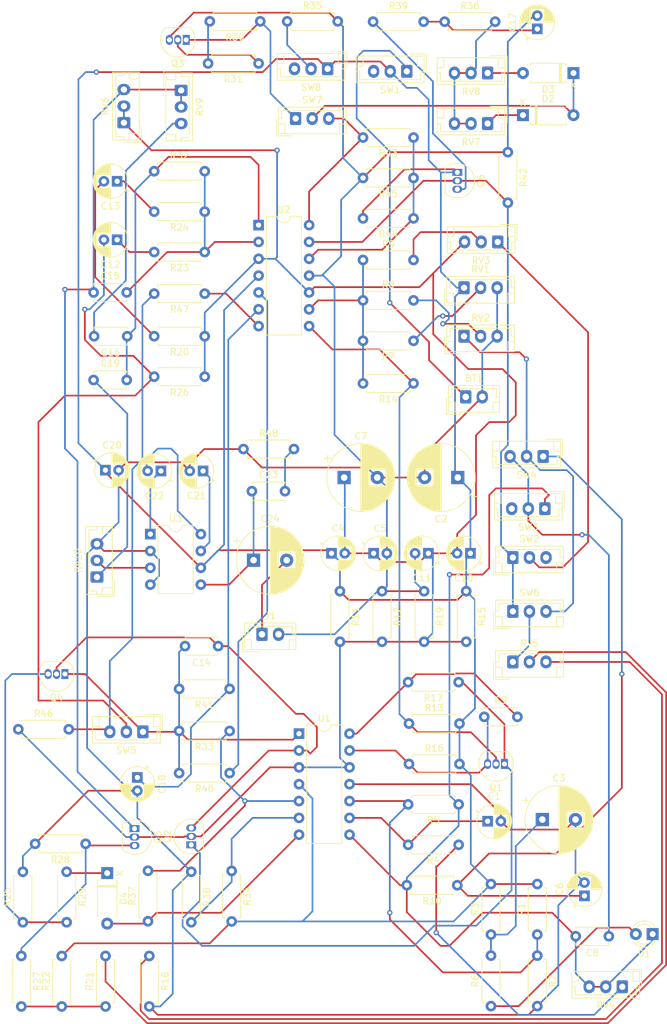
<source format=kicad_pcb>
(kicad_pcb (version 20171130) (host pcbnew "(5.1.10)-1")
  (layers (0 F.Cu signal) (31 B.Cu signal) (34 B.Paste user) (35 F.Paste user) (36 B.SilkS user) (37 F.SilkS user) (38 B.Mask user) (39 F.Mask user) (44 Edge.Cuts user))
  (net 0 "")
  (net 1 BN)
  (net 2 "Net-(BT1-Pad1)")
  (net 3 "Net-(C1-Pad1)")
  (net 4 BP)
  (net 5 "Net-(C3-Pad1)")
  (net 6 VG)
  (net 7 "Net-(C6-Pad1)")
  (net 8 "Net-(C8-Pad2)")
  (net 9 "Net-(C8-Pad1)")
  (net 10 "Net-(C9-Pad1)")
  (net 11 "Net-(C9-Pad2)")
  (net 12 "Net-(C12-Pad2)")
  (net 13 "Net-(C12-Pad1)")
  (net 14 "Net-(C13-Pad1)")
  (net 15 "Net-(C13-Pad2)")
  (net 16 "Net-(C14-Pad1)")
  (net 17 RMP)
  (net 18 "Net-(C15-Pad2)")
  (net 19 "Net-(C15-Pad1)")
  (net 20 A)
  (net 21 "Net-(C16-Pad2)")
  (net 22 "Net-(C17-Pad1)")
  (net 23 "Net-(C18-Pad1)")
  (net 24 "Net-(C19-Pad1)")
  (net 25 "Net-(C21-Pad1)")
  (net 26 "Net-(C22-Pad1)")
  (net 27 "Net-(C22-Pad2)")
  (net 28 "Net-(C23-Pad2)")
  (net 29 "Net-(C23-Pad1)")
  (net 30 "Net-(C24-Pad2)")
  (net 31 "Net-(D1-Pad2)")
  (net 32 "Net-(D2-Pad1)")
  (net 33 "Net-(D2-Pad2)")
  (net 34 "Net-(D3-Pad2)")
  (net 35 "Net-(D4-Pad1)")
  (net 36 "Net-(D4-Pad2)")
  (net 37 "Net-(Q1-Pad1)")
  (net 38 "Net-(Q1-Pad2)")
  (net 39 "Net-(Q3-Pad2)")
  (net 40 "Net-(Q3-Pad1)")
  (net 41 "Net-(Q4-Pad3)")
  (net 42 "Net-(Q5-Pad3)")
  (net 43 AREG)
  (net 44 "Net-(Q6-Pad3)")
  (net 45 "Net-(R1-Pad1)")
  (net 46 "Net-(R4-Pad1)")
  (net 47 "Net-(R7-Pad1)")
  (net 48 "Net-(R14-Pad2)")
  (net 49 "Net-(R8-Pad2)")
  (net 50 "Net-(R9-Pad2)")
  (net 51 "Net-(R18-Pad1)")
  (net 52 "Net-(R21-Pad2)")
  (net 53 "Net-(R21-Pad1)")
  (net 54 "Net-(R30-Pad2)")
  (net 55 "Net-(R33-Pad1)")
  (net 56 "Net-(R34-Pad1)")
  (net 57 "Net-(R36-Pad2)")
  (net 58 "Net-(R40-Pad1)")
  (net 59 "Net-(R43-Pad1)")
  (net 60 "Net-(R43-Pad2)")
  (net 61 SQR)
  (net 62 "Net-(R47-Pad1)")
  (net 63 LFO)
  (net 64 "Net-(RV3-Pad1)")
  (net 65 "Net-(RV5-Pad1)")
  (net 66 "Net-(RV10-Pad2)")
  (module Connector_JST:JST_EH_B3B-EH-A_1x03_P2.50mm_Vertical (layer F.Cu) (at 686.562 257.0988 180)
    (fp_text reference SW1 (at 2.5 -2.8) (layer F.SilkS))
    (fp_text value SW_SPST)
    (pad 1 thru_hole roundrect (at 0 0 180) (size 1.7 1.95) (drill 0.95) (layers *.Cu *.Mask) (roundrect_rratio 0.147059) (net 2 "Net-(BT1-Pad1)"))
    (pad 2 thru_hole oval (at 2.5 0 180) (size 1.7 1.95) (drill 0.95) (layers *.Cu *.Mask) (net 4 BP))
    (pad 3 thru_hole oval (at 5 0 180) (size 1.7 1.95) (drill 0.95) (layers *.Cu *.Mask))
  )
  (module Package_DIP:DIP-14_W7.62mm (layer F.Cu) (at 664.21 280.289)
    (fp_text reference U2 (at 3.81 -2.33) (layer F.SilkS))
    (fp_text value LM324)
    (pad 1 thru_hole rect (at 0 0) (size 1.6 1.6) (drill 0.8) (layers *.Cu *.Mask) (net 20 A))
    (pad 8 thru_hole oval (at 7.62 15.24) (size 1.6 1.6) (drill 0.8) (layers *.Cu *.Mask) (net 38 "Net-(Q1-Pad2)"))
    (pad 2 thru_hole oval (at 0 2.54) (size 1.6 1.6) (drill 0.8) (layers *.Cu *.Mask) (net 18 "Net-(C15-Pad2)"))
    (pad 9 thru_hole oval (at 7.62 12.7) (size 1.6 1.6) (drill 0.8) (layers *.Cu *.Mask) (net 48 "Net-(R14-Pad2)"))
    (pad 3 thru_hole oval (at 0 5.08) (size 1.6 1.6) (drill 0.8) (layers *.Cu *.Mask) (net 6 VG))
    (pad 10 thru_hole oval (at 7.62 10.16) (size 1.6 1.6) (drill 0.8) (layers *.Cu *.Mask) (net 6 VG))
    (pad 4 thru_hole oval (at 0 7.62) (size 1.6 1.6) (drill 0.8) (layers *.Cu *.Mask) (net 4 BP))
    (pad 11 thru_hole oval (at 7.62 7.62) (size 1.6 1.6) (drill 0.8) (layers *.Cu *.Mask) (net 1 BN))
    (pad 5 thru_hole oval (at 0 10.16) (size 1.6 1.6) (drill 0.8) (layers *.Cu *.Mask) (net 58 "Net-(R40-Pad1)"))
    (pad 12 thru_hole oval (at 7.62 5.08) (size 1.6 1.6) (drill 0.8) (layers *.Cu *.Mask) (net 59 "Net-(R43-Pad1)"))
    (pad 6 thru_hole oval (at 0 12.7) (size 1.6 1.6) (drill 0.8) (layers *.Cu *.Mask) (net 23 "Net-(C18-Pad1)"))
    (pad 13 thru_hole oval (at 7.62 2.54) (size 1.6 1.6) (drill 0.8) (layers *.Cu *.Mask) (net 43 AREG))
    (pad 7 thru_hole oval (at 0 15.24) (size 1.6 1.6) (drill 0.8) (layers *.Cu *.Mask) (net 62 "Net-(R47-Pad1)"))
    (pad 14 thru_hole oval (at 7.62 0) (size 1.6 1.6) (drill 0.8) (layers *.Cu *.Mask) (net 60 "Net-(R43-Pad2)"))
  )
  (module Package_DIP:DIP-14_W7.62mm (layer F.Cu) (at 670.306 356.997)
    (fp_text reference U1 (at 3.81 -2.33) (layer F.SilkS))
    (fp_text value LM324)
    (pad 14 thru_hole oval (at 7.62 0) (size 1.6 1.6) (drill 0.8) (layers *.Cu *.Mask) (net 11 "Net-(C9-Pad2)"))
    (pad 7 thru_hole oval (at 0 15.24) (size 1.6 1.6) (drill 0.8) (layers *.Cu *.Mask) (net 36 "Net-(D4-Pad2)"))
    (pad 13 thru_hole oval (at 7.62 2.54) (size 1.6 1.6) (drill 0.8) (layers *.Cu *.Mask) (net 10 "Net-(C9-Pad1)"))
    (pad 6 thru_hole oval (at 0 12.7) (size 1.6 1.6) (drill 0.8) (layers *.Cu *.Mask) (net 56 "Net-(R34-Pad1)"))
    (pad 12 thru_hole oval (at 7.62 5.08) (size 1.6 1.6) (drill 0.8) (layers *.Cu *.Mask) (net 6 VG))
    (pad 5 thru_hole oval (at 0 10.16) (size 1.6 1.6) (drill 0.8) (layers *.Cu *.Mask) (net 55 "Net-(R33-Pad1)"))
    (pad 11 thru_hole oval (at 7.62 7.62) (size 1.6 1.6) (drill 0.8) (layers *.Cu *.Mask) (net 1 BN))
    (pad 4 thru_hole oval (at 0 7.62) (size 1.6 1.6) (drill 0.8) (layers *.Cu *.Mask) (net 4 BP))
    (pad 10 thru_hole oval (at 7.62 10.16) (size 1.6 1.6) (drill 0.8) (layers *.Cu *.Mask) (net 45 "Net-(R1-Pad1)"))
    (pad 3 thru_hole oval (at 0 5.08) (size 1.6 1.6) (drill 0.8) (layers *.Cu *.Mask) (net 6 VG))
    (pad 9 thru_hole oval (at 7.62 12.7) (size 1.6 1.6) (drill 0.8) (layers *.Cu *.Mask) (net 3 "Net-(C1-Pad1)"))
    (pad 2 thru_hole oval (at 0 2.54) (size 1.6 1.6) (drill 0.8) (layers *.Cu *.Mask) (net 16 "Net-(C14-Pad1)"))
    (pad 8 thru_hole oval (at 7.62 15.24) (size 1.6 1.6) (drill 0.8) (layers *.Cu *.Mask) (net 8 "Net-(C8-Pad2)"))
    (pad 1 thru_hole rect (at 0 0) (size 1.6 1.6) (drill 0.8) (layers *.Cu *.Mask) (net 17 RMP))
  )
  (module Connector_JST:JST_EH_B2B-EH-A_1x02_P2.50mm_Vertical (layer F.Cu) (at 695.452 306.197)
    (fp_text reference BT1 (at 1.25 -2.8) (layer F.SilkS))
    (fp_text value 9V)
    (pad 2 thru_hole oval (at 2.5 0) (size 1.7 2) (drill 1) (layers *.Cu *.Mask) (net 1 BN))
    (pad 1 thru_hole roundrect (at 0 0) (size 1.7 2) (drill 1) (layers *.Cu *.Mask) (roundrect_rratio 0.147059) (net 2 "Net-(BT1-Pad1)"))
  )
  (module Capacitor_THT:CP_Radial_D5.0mm_P2.00mm (layer F.Cu) (at 698.754 370.205)
    (fp_text reference C1 (at 1 -3.75) (layer F.SilkS))
    (fp_text value 1uF)
    (pad 2 thru_hole circle (at 2 0) (size 1.6 1.6) (drill 0.8) (layers *.Cu *.Mask) (net 1 BN))
    (pad 1 thru_hole rect (at 0 0) (size 1.6 1.6) (drill 0.8) (layers *.Cu *.Mask) (net 3 "Net-(C1-Pad1)"))
  )
  (module Capacitor_THT:CP_Radial_D10.0mm_P5.00mm (layer F.Cu) (at 694.2582 318.3636 180)
    (fp_text reference C2 (at 2.5 -6.25) (layer F.SilkS))
    (fp_text value 470uF)
    (pad 2 thru_hole circle (at 5 0 180) (size 2 2) (drill 1) (layers *.Cu *.Mask) (net 1 BN))
    (pad 1 thru_hole rect (at 0 0 180) (size 2 2) (drill 1) (layers *.Cu *.Mask) (net 4 BP))
  )
  (module Capacitor_THT:CP_Radial_D10.0mm_P5.00mm (layer F.Cu) (at 707.009 369.951)
    (fp_text reference C3 (at 2.5 -6.25) (layer F.SilkS))
    (fp_text value 470uF)
    (pad 1 thru_hole rect (at 0 0) (size 2 2) (drill 1) (layers *.Cu *.Mask) (net 5 "Net-(C3-Pad1)"))
    (pad 2 thru_hole circle (at 5 0) (size 2 2) (drill 1) (layers *.Cu *.Mask) (net 1 BN))
  )
  (module Capacitor_THT:CP_Radial_D5.0mm_P2.00mm (layer F.Cu) (at 675.2082 329.7936)
    (fp_text reference C4 (at 1 -3.75) (layer F.SilkS))
    (fp_text value 10uF)
    (pad 1 thru_hole rect (at 0 0) (size 1.6 1.6) (drill 0.8) (layers *.Cu *.Mask) (net 4 BP))
    (pad 2 thru_hole circle (at 2 0) (size 1.6 1.6) (drill 0.8) (layers *.Cu *.Mask) (net 6 VG))
  )
  (module Capacitor_THT:CP_Radial_D5.0mm_P2.00mm (layer F.Cu) (at 681.5582 329.7936)
    (fp_text reference C5 (at 1 -3.75) (layer F.SilkS))
    (fp_text value 10uF)
    (pad 1 thru_hole rect (at 0 0) (size 1.6 1.6) (drill 0.8) (layers *.Cu *.Mask) (net 6 VG))
    (pad 2 thru_hole circle (at 2 0) (size 1.6 1.6) (drill 0.8) (layers *.Cu *.Mask) (net 1 BN))
  )
  (module Capacitor_THT:CP_Radial_D5.0mm_P2.00mm (layer F.Cu) (at 713.359 381.4572 90)
    (fp_text reference C6 (at 1 -3.75 90) (layer F.SilkS))
    (fp_text value 1uF)
    (pad 1 thru_hole rect (at 0 0 90) (size 1.6 1.6) (drill 0.8) (layers *.Cu *.Mask) (net 7 "Net-(C6-Pad1)"))
    (pad 2 thru_hole circle (at 2 0 90) (size 1.6 1.6) (drill 0.8) (layers *.Cu *.Mask) (net 1 BN))
  )
  (module Capacitor_THT:CP_Radial_D10.0mm_P5.00mm (layer F.Cu) (at 677.1132 318.3636)
    (fp_text reference C7 (at 2.5 -6.25) (layer F.SilkS))
    (fp_text value 470uF)
    (pad 1 thru_hole rect (at 0 0) (size 2 2) (drill 1) (layers *.Cu *.Mask) (net 6 VG))
    (pad 2 thru_hole circle (at 5 0) (size 2 2) (drill 1) (layers *.Cu *.Mask) (net 1 BN))
  )
  (module Capacitor_THT:C_Disc_D4.7mm_W2.5mm_P5.00mm (layer F.Cu) (at 717.042 387.5532 180)
    (fp_text reference C8 (at 2.5 -2.5) (layer F.SilkS))
    (fp_text value 1nF)
    (pad 2 thru_hole circle (at 5 0 180) (size 1.6 1.6) (drill 0.8) (layers *.Cu *.Mask) (net 8 "Net-(C8-Pad2)"))
    (pad 1 thru_hole circle (at 0 0 180) (size 1.6 1.6) (drill 0.8) (layers *.Cu *.Mask) (net 9 "Net-(C8-Pad1)"))
  )
  (module Capacitor_THT:C_Disc_D4.7mm_W2.5mm_P5.00mm (layer F.Cu) (at 698.246 354.457)
    (fp_text reference C9 (at 2.5 -2.5) (layer F.SilkS))
    (fp_text value 100pF)
    (pad 2 thru_hole circle (at 5 0) (size 1.6 1.6) (drill 0.8) (layers *.Cu *.Mask) (net 11 "Net-(C9-Pad2)"))
    (pad 1 thru_hole circle (at 0 0) (size 1.6 1.6) (drill 0.8) (layers *.Cu *.Mask) (net 10 "Net-(C9-Pad1)"))
  )
  (module Capacitor_THT:CP_Radial_D5.0mm_P2.00mm (layer F.Cu) (at 696.1632 329.7936 180)
    (fp_text reference C10 (at 1 -3.75) (layer F.SilkS))
    (fp_text value 10uF)
    (pad 1 thru_hole rect (at 0 0 180) (size 1.6 1.6) (drill 0.8) (layers *.Cu *.Mask) (net 4 BP))
    (pad 2 thru_hole circle (at 2 0 180) (size 1.6 1.6) (drill 0.8) (layers *.Cu *.Mask) (net 6 VG))
  )
  (module Capacitor_THT:CP_Radial_D5.0mm_P2.00mm (layer F.Cu) (at 689.8132 329.7936 180)
    (fp_text reference C11 (at 1 -3.75) (layer F.SilkS))
    (fp_text value 10uF)
    (pad 2 thru_hole circle (at 2 0 180) (size 1.6 1.6) (drill 0.8) (layers *.Cu *.Mask) (net 1 BN))
    (pad 1 thru_hole rect (at 0 0 180) (size 1.6 1.6) (drill 0.8) (layers *.Cu *.Mask) (net 6 VG))
  )
  (module Capacitor_THT:CP_Radial_D5.0mm_P2.00mm (layer F.Cu) (at 642.874 282.4988 180)
    (fp_text reference C12 (at 1 -3.75) (layer F.SilkS))
    (fp_text value 0.1uF)
    (pad 2 thru_hole circle (at 2 0 180) (size 1.6 1.6) (drill 0.8) (layers *.Cu *.Mask) (net 12 "Net-(C12-Pad2)"))
    (pad 1 thru_hole rect (at 0 0 180) (size 1.6 1.6) (drill 0.8) (layers *.Cu *.Mask) (net 13 "Net-(C12-Pad1)"))
  )
  (module Capacitor_THT:CP_Radial_D5.0mm_P2.00mm (layer F.Cu) (at 642.874 273.685 180)
    (fp_text reference C13 (at 1 -3.75) (layer F.SilkS))
    (fp_text value 0.1uF)
    (pad 1 thru_hole rect (at 0 0 180) (size 1.6 1.6) (drill 0.8) (layers *.Cu *.Mask) (net 14 "Net-(C13-Pad1)"))
    (pad 2 thru_hole circle (at 2 0 180) (size 1.6 1.6) (drill 0.8) (layers *.Cu *.Mask) (net 15 "Net-(C13-Pad2)"))
  )
  (module Capacitor_THT:C_Disc_D4.7mm_W2.5mm_P5.00mm (layer F.Cu) (at 658.114 343.789 180)
    (fp_text reference C14 (at 2.5 -2.5) (layer F.SilkS))
    (fp_text value .001uF)
    (pad 2 thru_hole circle (at 5 0 180) (size 1.6 1.6) (drill 0.8) (layers *.Cu *.Mask) (net 17 RMP))
    (pad 1 thru_hole circle (at 0 0 180) (size 1.6 1.6) (drill 0.8) (layers *.Cu *.Mask) (net 16 "Net-(C14-Pad1)"))
  )
  (module Capacitor_THT:C_Disc_D4.7mm_W2.5mm_P5.00mm (layer F.Cu) (at 639.318 290.449)
    (fp_text reference C15 (at 2.5 -2.5) (layer F.SilkS))
    (fp_text value .001uF)
    (pad 2 thru_hole circle (at 5 0) (size 1.6 1.6) (drill 0.8) (layers *.Cu *.Mask) (net 18 "Net-(C15-Pad2)"))
    (pad 1 thru_hole circle (at 0 0) (size 1.6 1.6) (drill 0.8) (layers *.Cu *.Mask) (net 19 "Net-(C15-Pad1)"))
  )
  (module Capacitor_THT:C_Disc_D4.7mm_W2.5mm_P5.00mm (layer F.Cu) (at 644.398 297.053 180)
    (fp_text reference C16 (at 2.5 -2.5) (layer F.SilkS))
    (fp_text value .001uF)
    (pad 1 thru_hole circle (at 0 0 180) (size 1.6 1.6) (drill 0.8) (layers *.Cu *.Mask) (net 20 A))
    (pad 2 thru_hole circle (at 5 0 180) (size 1.6 1.6) (drill 0.8) (layers *.Cu *.Mask) (net 21 "Net-(C16-Pad2)"))
  )
  (module Capacitor_THT:CP_Radial_D5.0mm_P2.00mm (layer F.Cu) (at 706.247 250.698 90)
    (fp_text reference C17 (at 1 -3.75 90) (layer F.SilkS))
    (fp_text value 4.7uF)
    (pad 2 thru_hole circle (at 2 0 90) (size 1.6 1.6) (drill 0.8) (layers *.Cu *.Mask) (net 1 BN))
    (pad 1 thru_hole rect (at 0 0 90) (size 1.6 1.6) (drill 0.8) (layers *.Cu *.Mask) (net 22 "Net-(C17-Pad1)"))
  )
  (module Capacitor_THT:CP_Radial_D5.0mm_P2.00mm (layer F.Cu) (at 645.922 363.601 270)
    (fp_text reference C18 (at 1 -3.75 90) (layer F.SilkS))
    (fp_text value 0.1uF)
    (pad 2 thru_hole circle (at 2 0 270) (size 1.6 1.6) (drill 0.8) (layers *.Cu *.Mask) (net 1 BN))
    (pad 1 thru_hole rect (at 0 0 270) (size 1.6 1.6) (drill 0.8) (layers *.Cu *.Mask) (net 23 "Net-(C18-Pad1)"))
  )
  (module Capacitor_THT:C_Disc_D4.7mm_W2.5mm_P5.00mm (layer F.Cu) (at 639.318 303.657)
    (fp_text reference C19 (at 2.5 -2.5) (layer F.SilkS))
    (fp_text value 1uF)
    (pad 1 thru_hole circle (at 0 0) (size 1.6 1.6) (drill 0.8) (layers *.Cu *.Mask) (net 24 "Net-(C19-Pad1)"))
    (pad 2 thru_hole circle (at 5 0) (size 1.6 1.6) (drill 0.8) (layers *.Cu *.Mask) (net 20 A))
  )
  (module Capacitor_THT:CP_Radial_D5.0mm_P2.00mm (layer F.Cu) (at 641.096 317.246)
    (fp_text reference C20 (at 1 -3.75) (layer F.SilkS))
    (fp_text value 0.1uF)
    (pad 2 thru_hole circle (at 2 0) (size 1.6 1.6) (drill 0.8) (layers *.Cu *.Mask) (net 1 BN))
    (pad 1 thru_hole rect (at 0 0) (size 1.6 1.6) (drill 0.8) (layers *.Cu *.Mask) (net 4 BP))
  )
  (module Capacitor_THT:CP_Radial_D5.0mm_P2.00mm (layer F.Cu) (at 655.828 317.373 180)
    (fp_text reference C21 (at 1 -3.75) (layer F.SilkS))
    (fp_text value 10uF)
    (pad 2 thru_hole circle (at 2 0 180) (size 1.6 1.6) (drill 0.8) (layers *.Cu *.Mask) (net 1 BN))
    (pad 1 thru_hole rect (at 0 0 180) (size 1.6 1.6) (drill 0.8) (layers *.Cu *.Mask) (net 25 "Net-(C21-Pad1)"))
  )
  (module Capacitor_THT:CP_Radial_D5.0mm_P2.00mm (layer F.Cu) (at 649.478 317.373 180)
    (fp_text reference C22 (at 1 -3.75) (layer F.SilkS))
    (fp_text value 10uF)
    (pad 1 thru_hole rect (at 0 0 180) (size 1.6 1.6) (drill 0.8) (layers *.Cu *.Mask) (net 26 "Net-(C22-Pad1)"))
    (pad 2 thru_hole circle (at 2 0 180) (size 1.6 1.6) (drill 0.8) (layers *.Cu *.Mask) (net 27 "Net-(C22-Pad2)"))
  )
  (module Capacitor_THT:C_Disc_D4.7mm_W2.5mm_P5.00mm (layer F.Cu) (at 663.194 320.421)
    (fp_text reference C23 (at 2.5 -2.5) (layer F.SilkS))
    (fp_text value .047uF)
    (pad 2 thru_hole circle (at 5 0) (size 1.6 1.6) (drill 0.8) (layers *.Cu *.Mask) (net 28 "Net-(C23-Pad2)"))
    (pad 1 thru_hole circle (at 0 0) (size 1.6 1.6) (drill 0.8) (layers *.Cu *.Mask) (net 29 "Net-(C23-Pad1)"))
  )
  (module Capacitor_THT:CP_Radial_D10.0mm_P5.00mm (layer F.Cu) (at 663.448 330.835)
    (fp_text reference C24 (at 2.5 -6.25) (layer F.SilkS))
    (fp_text value 220uF)
    (pad 2 thru_hole circle (at 5 0) (size 2 2) (drill 1) (layers *.Cu *.Mask) (net 30 "Net-(C24-Pad2)"))
    (pad 1 thru_hole rect (at 0 0) (size 2 2) (drill 1) (layers *.Cu *.Mask) (net 29 "Net-(C23-Pad1)"))
  )
  (module LED_THT:LED_D3.0mm (layer F.Cu) (at 723.646 387.223 180)
    (fp_text reference D1 (at 1.27 -2.96) (layer F.SilkS))
    (fp_text value LED)
    (pad 1 thru_hole rect (at 0 0 180) (size 1.8 1.8) (drill 0.9) (layers *.Cu *.Mask) (net 8 "Net-(C8-Pad2)"))
    (pad 2 thru_hole circle (at 2.54 0 180) (size 1.8 1.8) (drill 0.9) (layers *.Cu *.Mask) (net 31 "Net-(D1-Pad2)"))
  )
  (module Diode_THT:D_A-405_P7.62mm_Horizontal (layer F.Cu) (at 704.088 263.7028)
    (fp_text reference D2 (at 3.81 -2.47) (layer F.SilkS))
    (fp_text value D)
    (fp_text user K (at 0 -1.9) (layer F.SilkS))
    (pad 1 thru_hole rect (at 0 0) (size 1.8 1.8) (drill 0.9) (layers *.Cu *.Mask) (net 32 "Net-(D2-Pad1)"))
    (pad 2 thru_hole oval (at 7.62 0) (size 1.8 1.8) (drill 0.9) (layers *.Cu *.Mask) (net 33 "Net-(D2-Pad2)"))
  )
  (module Diode_THT:D_A-405_P7.62mm_Horizontal (layer F.Cu) (at 711.708 257.3528 180)
    (fp_text reference D3 (at 3.81 -2.47) (layer F.SilkS))
    (fp_text value D)
    (fp_text user K (at 0 -1.9) (layer F.SilkS))
    (pad 2 thru_hole oval (at 7.62 0 180) (size 1.8 1.8) (drill 0.9) (layers *.Cu *.Mask) (net 34 "Net-(D3-Pad2)"))
    (pad 1 thru_hole rect (at 0 0 180) (size 1.8 1.8) (drill 0.9) (layers *.Cu *.Mask) (net 33 "Net-(D2-Pad2)"))
  )
  (module Diode_THT:D_A-405_P7.62mm_Horizontal (layer F.Cu) (at 641.3754 378.0282 270)
    (fp_text reference D4 (at 3.81 -2.47 90) (layer F.SilkS))
    (fp_text value D)
    (fp_text user K (at 0 -1.9 90) (layer F.SilkS))
    (pad 2 thru_hole oval (at 7.62 0 270) (size 1.8 1.8) (drill 0.9) (layers *.Cu *.Mask) (net 36 "Net-(D4-Pad2)"))
    (pad 1 thru_hole rect (at 0 0 270) (size 1.8 1.8) (drill 0.9) (layers *.Cu *.Mask) (net 35 "Net-(D4-Pad1)"))
  )
  (module Connector_JST:JST_EH_B2B-EH-A_1x02_P2.50mm_Vertical (layer F.Cu) (at 664.718 342.011)
    (fp_text reference J1 (at 1.25 -2.8) (layer F.SilkS))
    (fp_text value SPKR)
    (pad 1 thru_hole roundrect (at 0 0) (size 1.7 2) (drill 1) (layers *.Cu *.Mask) (roundrect_rratio 0.147059) (net 30 "Net-(C24-Pad2)"))
    (pad 2 thru_hole oval (at 2.5 0) (size 1.7 2) (drill 1) (layers *.Cu *.Mask) (net 1 BN))
  )
  (module Package_TO_SOT_THT:TO-92_Inline (layer F.Cu) (at 701.294 361.569 180)
    (fp_text reference Q1 (at 1.27 -3.56) (layer F.SilkS))
    (fp_text value 2N3904)
    (pad 2 thru_hole oval (at 1.27 0 180) (size 1.05 1.5) (drill 0.75) (layers *.Cu *.Mask) (net 38 "Net-(Q1-Pad2)"))
    (pad 3 thru_hole oval (at 2.54 0 180) (size 1.05 1.5) (drill 0.75) (layers *.Cu *.Mask) (net 10 "Net-(C9-Pad1)"))
    (pad 1 thru_hole rect (at 0 0 180) (size 1.05 1.5) (drill 0.75) (layers *.Cu *.Mask) (net 37 "Net-(Q1-Pad1)"))
  )
  (module Package_TO_SOT_THT:TO-92_Inline (layer F.Cu) (at 654.05 373.761 90)
    (fp_text reference Q2 (at 1.27 -3.56 90) (layer F.SilkS))
    (fp_text value 2N3904)
    (pad 1 thru_hole rect (at 0 0 90) (size 1.05 1.5) (drill 0.75) (layers *.Cu *.Mask) (net 37 "Net-(Q1-Pad1)"))
    (pad 3 thru_hole oval (at 2.54 0 90) (size 1.05 1.5) (drill 0.75) (layers *.Cu *.Mask) (net 16 "Net-(C14-Pad1)"))
    (pad 2 thru_hole oval (at 1.27 0 90) (size 1.05 1.5) (drill 0.75) (layers *.Cu *.Mask) (net 6 VG))
  )
  (module Package_TO_SOT_THT:TO-92_Inline (layer F.Cu) (at 653.288 252.349 180)
    (fp_text reference Q3 (at 1.27 -3.56) (layer F.SilkS))
    (fp_text value 2N3906)
    (pad 2 thru_hole oval (at 1.27 0 180) (size 1.05 1.5) (drill 0.75) (layers *.Cu *.Mask) (net 39 "Net-(Q3-Pad2)"))
    (pad 3 thru_hole oval (at 2.54 0 180) (size 1.05 1.5) (drill 0.75) (layers *.Cu *.Mask) (net 1 BN))
    (pad 1 thru_hole rect (at 0 0 180) (size 1.05 1.5) (drill 0.75) (layers *.Cu *.Mask) (net 40 "Net-(Q3-Pad1)"))
  )
  (module Package_TO_SOT_THT:TO-92_Inline (layer F.Cu) (at 635 348 180)
    (fp_text reference Q4 (at 1.27 -3.56) (layer F.SilkS))
    (fp_text value 2N5457)
    (pad 2 thru_hole oval (at 1.27 0 180) (size 1.05 1.5) (drill 0.75) (layers *.Cu *.Mask) (net 16 "Net-(C14-Pad1)"))
    (pad 3 thru_hole oval (at 2.54 0 180) (size 1.05 1.5) (drill 0.75) (layers *.Cu *.Mask) (net 41 "Net-(Q4-Pad3)"))
    (pad 1 thru_hole rect (at 0 0 180) (size 1.05 1.5) (drill 0.75) (layers *.Cu *.Mask) (net 17 RMP))
  )
  (module Package_TO_SOT_THT:TO-92_Inline (layer F.Cu) (at 645.4902 371.3226 270)
    (fp_text reference Q5 (at 1.27 -3.56 90) (layer F.SilkS))
    (fp_text value 2N5457)
    (pad 1 thru_hole rect (at 0 0 270) (size 1.05 1.5) (drill 0.75) (layers *.Cu *.Mask) (net 19 "Net-(C15-Pad1)"))
    (pad 3 thru_hole oval (at 2.54 0 270) (size 1.05 1.5) (drill 0.75) (layers *.Cu *.Mask) (net 42 "Net-(Q5-Pad3)"))
    (pad 2 thru_hole oval (at 1.27 0 270) (size 1.05 1.5) (drill 0.75) (layers *.Cu *.Mask) (net 6 VG))
  )
  (module Package_TO_SOT_THT:TO-92_Inline (layer F.Cu) (at 694.182 272.3388 270)
    (fp_text reference Q6 (at 1.27 -3.56 90) (layer F.SilkS))
    (fp_text value 2N5457)
    (pad 2 thru_hole oval (at 1.27 0 270) (size 1.05 1.5) (drill 0.75) (layers *.Cu *.Mask) (net 43 AREG))
    (pad 3 thru_hole oval (at 2.54 0 270) (size 1.05 1.5) (drill 0.75) (layers *.Cu *.Mask) (net 44 "Net-(Q6-Pad3)"))
    (pad 1 thru_hole rect (at 0 0 270) (size 1.05 1.5) (drill 0.75) (layers *.Cu *.Mask) (net 4 BP))
  )
  (module Resistor_THT:R_Axial_DIN0207_L6.3mm_D2.5mm_P7.62mm_Horizontal (layer F.Cu) (at 706.247 387.2992 90)
    (fp_text reference R1 (at 3.81 -2.37 90) (layer F.SilkS))
    (fp_text value 100k)
    (pad 2 thru_hole oval (at 7.62 0 90) (size 1.6 1.6) (drill 0.8) (layers *.Cu *.Mask) (net 4 BP))
    (pad 1 thru_hole circle (at 0 0 90) (size 1.6 1.6) (drill 0.8) (layers *.Cu *.Mask) (net 45 "Net-(R1-Pad1)"))
  )
  (module Resistor_THT:R_Axial_DIN0207_L6.3mm_D2.5mm_P7.62mm_Horizontal (layer F.Cu) (at 706.247 390.4742 270)
    (fp_text reference R2 (at 3.81 -2.37 90) (layer F.SilkS))
    (fp_text value 100k)
    (pad 1 thru_hole circle (at 0 0 270) (size 1.6 1.6) (drill 0.8) (layers *.Cu *.Mask) (net 45 "Net-(R1-Pad1)"))
    (pad 2 thru_hole oval (at 7.62 0 270) (size 1.6 1.6) (drill 0.8) (layers *.Cu *.Mask) (net 1 BN))
  )
  (module Resistor_THT:R_Axial_DIN0207_L6.3mm_D2.5mm_P7.62mm_Horizontal (layer F.Cu) (at 699.262 387.2992 90)
    (fp_text reference R3 (at 3.81 -2.37 90) (layer F.SilkS))
    (fp_text value 3k)
    (pad 1 thru_hole circle (at 0 0 90) (size 1.6 1.6) (drill 0.8) (layers *.Cu *.Mask) (net 5 "Net-(C3-Pad1)"))
    (pad 2 thru_hole oval (at 7.62 0 90) (size 1.6 1.6) (drill 0.8) (layers *.Cu *.Mask) (net 4 BP))
  )
  (module Resistor_THT:R_Axial_DIN0207_L6.3mm_D2.5mm_P7.62mm_Horizontal (layer F.Cu) (at 694.3852 373.761 180)
    (fp_text reference R4 (at 3.81 -2.37) (layer F.SilkS))
    (fp_text value 3k)
    (pad 2 thru_hole oval (at 7.62 0 180) (size 1.6 1.6) (drill 0.8) (layers *.Cu *.Mask) (net 3 "Net-(C1-Pad1)"))
    (pad 1 thru_hole circle (at 0 0 180) (size 1.6 1.6) (drill 0.8) (layers *.Cu *.Mask) (net 46 "Net-(R4-Pad1)"))
  )
  (module Resistor_THT:R_Axial_DIN0207_L6.3mm_D2.5mm_P7.62mm_Horizontal (layer F.Cu) (at 694.3852 367.665 180)
    (fp_text reference R5 (at 3.81 -2.37) (layer F.SilkS))
    (fp_text value 100k)
    (pad 2 thru_hole oval (at 7.62 0 180) (size 1.6 1.6) (drill 0.8) (layers *.Cu *.Mask) (net 45 "Net-(R1-Pad1)"))
    (pad 1 thru_hole circle (at 0 0 180) (size 1.6 1.6) (drill 0.8) (layers *.Cu *.Mask) (net 8 "Net-(C8-Pad2)"))
  )
  (module Resistor_THT:R_Axial_DIN0207_L6.3mm_D2.5mm_P7.62mm_Horizontal (layer F.Cu) (at 699.262 398.0942 90)
    (fp_text reference R6 (at 3.81 -2.37 90) (layer F.SilkS))
    (fp_text value 3k)
    (pad 1 thru_hole circle (at 0 0 90) (size 1.6 1.6) (drill 0.8) (layers *.Cu *.Mask) (net 31 "Net-(D1-Pad2)"))
    (pad 2 thru_hole oval (at 7.62 0 90) (size 1.6 1.6) (drill 0.8) (layers *.Cu *.Mask) (net 5 "Net-(C3-Pad1)"))
  )
  (module Resistor_THT:R_Axial_DIN0207_L6.3mm_D2.5mm_P7.62mm_Horizontal (layer F.Cu) (at 687.578 297.7388 180)
    (fp_text reference R7 (at 3.81 -2.37) (layer F.SilkS))
    (fp_text value 47k)
    (pad 2 thru_hole oval (at 7.62 0 180) (size 1.6 1.6) (drill 0.8) (layers *.Cu *.Mask) (net 48 "Net-(R14-Pad2)"))
    (pad 1 thru_hole circle (at 0 0 180) (size 1.6 1.6) (drill 0.8) (layers *.Cu *.Mask) (net 47 "Net-(R7-Pad1)"))
  )
  (module Resistor_THT:R_Axial_DIN0207_L6.3mm_D2.5mm_P7.62mm_Horizontal (layer F.Cu) (at 679.958 291.6428)
    (fp_text reference R8 (at 3.81 -2.37) (layer F.SilkS))
    (fp_text value 100k)
    (pad 1 thru_hole circle (at 0 0) (size 1.6 1.6) (drill 0.8) (layers *.Cu *.Mask) (net 48 "Net-(R14-Pad2)"))
    (pad 2 thru_hole oval (at 7.62 0) (size 1.6 1.6) (drill 0.8) (layers *.Cu *.Mask) (net 49 "Net-(R8-Pad2)"))
  )
  (module Resistor_THT:R_Axial_DIN0207_L6.3mm_D2.5mm_P7.62mm_Horizontal (layer F.Cu) (at 679.958 285.5468)
    (fp_text reference R9 (at 3.81 -2.37) (layer F.SilkS))
    (fp_text value 36k)
    (pad 2 thru_hole oval (at 7.62 0) (size 1.6 1.6) (drill 0.8) (layers *.Cu *.Mask) (net 50 "Net-(R9-Pad2)"))
    (pad 1 thru_hole circle (at 0 0) (size 1.6 1.6) (drill 0.8) (layers *.Cu *.Mask) (net 48 "Net-(R14-Pad2)"))
  )
  (module Resistor_THT:R_Axial_DIN0207_L6.3mm_D2.5mm_P7.62mm_Horizontal (layer F.Cu) (at 694.182 379.857 180)
    (fp_text reference R10 (at 3.81 -2.37) (layer F.SilkS))
    (fp_text value 20k)
    (pad 2 thru_hole oval (at 7.62 0 180) (size 1.6 1.6) (drill 0.8) (layers *.Cu *.Mask) (net 8 "Net-(C8-Pad2)"))
    (pad 1 thru_hole circle (at 0 0 180) (size 1.6 1.6) (drill 0.8) (layers *.Cu *.Mask) (net 7 "Net-(C6-Pad1)"))
  )
  (module Resistor_THT:R_Axial_DIN0207_L6.3mm_D2.5mm_P7.62mm_Horizontal (layer F.Cu) (at 676.4782 335.5086 270)
    (fp_text reference R11 (at 3.81 -2.37 90) (layer F.SilkS))
    (fp_text value 4.7k)
    (pad 1 thru_hole circle (at 0 0 270) (size 1.6 1.6) (drill 0.8) (layers *.Cu *.Mask) (net 4 BP))
    (pad 2 thru_hole oval (at 7.62 0 270) (size 1.6 1.6) (drill 0.8) (layers *.Cu *.Mask) (net 6 VG))
  )
  (module Resistor_THT:R_Axial_DIN0207_L6.3mm_D2.5mm_P7.62mm_Horizontal (layer F.Cu) (at 682.8282 335.5086 270)
    (fp_text reference R12 (at 3.81 -2.37 90) (layer F.SilkS))
    (fp_text value 4.7k)
    (pad 1 thru_hole circle (at 0 0 270) (size 1.6 1.6) (drill 0.8) (layers *.Cu *.Mask) (net 1 BN))
    (pad 2 thru_hole oval (at 7.62 0 270) (size 1.6 1.6) (drill 0.8) (layers *.Cu *.Mask) (net 6 VG))
  )
  (module Resistor_THT:R_Axial_DIN0207_L6.3mm_D2.5mm_P7.62mm_Horizontal (layer F.Cu) (at 686.8922 355.473)
    (fp_text reference R13 (at 3.81 -2.37) (layer F.SilkS))
    (fp_text value 270k)
    (pad 1 thru_hole circle (at 0 0) (size 1.6 1.6) (drill 0.8) (layers *.Cu *.Mask) (net 38 "Net-(Q1-Pad2)"))
    (pad 2 thru_hole oval (at 7.62 0) (size 1.6 1.6) (drill 0.8) (layers *.Cu *.Mask) (net 4 BP))
  )
  (module Resistor_THT:R_Axial_DIN0207_L6.3mm_D2.5mm_P7.62mm_Horizontal (layer F.Cu) (at 687.578 304.165 180)
    (fp_text reference R14 (at 3.81 -2.37) (layer F.SilkS))
    (fp_text value 2k)
    (pad 2 thru_hole oval (at 7.62 0 180) (size 1.6 1.6) (drill 0.8) (layers *.Cu *.Mask) (net 48 "Net-(R14-Pad2)"))
    (pad 1 thru_hole circle (at 0 0 180) (size 1.6 1.6) (drill 0.8) (layers *.Cu *.Mask) (net 38 "Net-(Q1-Pad2)"))
  )
  (module Resistor_THT:R_Axial_DIN0207_L6.3mm_D2.5mm_P7.62mm_Horizontal (layer F.Cu) (at 695.5282 335.5086 270)
    (fp_text reference R15 (at 3.81 -2.37 90) (layer F.SilkS))
    (fp_text value 4.7k)
    (pad 1 thru_hole circle (at 0 0 270) (size 1.6 1.6) (drill 0.8) (layers *.Cu *.Mask) (net 4 BP))
    (pad 2 thru_hole oval (at 7.62 0 270) (size 1.6 1.6) (drill 0.8) (layers *.Cu *.Mask) (net 6 VG))
  )
  (module Resistor_THT:R_Axial_DIN0207_L6.3mm_D2.5mm_P7.62mm_Horizontal (layer F.Cu) (at 686.8922 361.569)
    (fp_text reference R16 (at 3.81 -2.37) (layer F.SilkS))
    (fp_text value 2M)
    (pad 2 thru_hole oval (at 7.62 0) (size 1.6 1.6) (drill 0.8) (layers *.Cu *.Mask) (net 4 BP))
    (pad 1 thru_hole circle (at 0 0) (size 1.6 1.6) (drill 0.8) (layers *.Cu *.Mask) (net 10 "Net-(C9-Pad1)"))
  )
  (module Resistor_THT:R_Axial_DIN0207_L6.3mm_D2.5mm_P7.62mm_Horizontal (layer F.Cu) (at 694.3852 349.2246 180)
    (fp_text reference R17 (at 3.81 -2.37) (layer F.SilkS))
    (fp_text value 10k)
    (pad 1 thru_hole circle (at 0 0 180) (size 1.6 1.6) (drill 0.8) (layers *.Cu *.Mask) (net 37 "Net-(Q1-Pad1)"))
    (pad 2 thru_hole oval (at 7.62 0 180) (size 1.6 1.6) (drill 0.8) (layers *.Cu *.Mask) (net 11 "Net-(C9-Pad2)"))
  )
  (module Resistor_THT:R_Axial_DIN0207_L6.3mm_D2.5mm_P7.62mm_Horizontal (layer F.Cu) (at 647.7254 390.525 270)
    (fp_text reference R18 (at 3.81 -2.37 90) (layer F.SilkS))
    (fp_text value 27k)
    (pad 2 thru_hole oval (at 7.62 0 270) (size 1.6 1.6) (drill 0.8) (layers *.Cu *.Mask) (net 1 BN))
    (pad 1 thru_hole circle (at 0 0 270) (size 1.6 1.6) (drill 0.8) (layers *.Cu *.Mask) (net 51 "Net-(R18-Pad1)"))
  )
  (module Resistor_THT:R_Axial_DIN0207_L6.3mm_D2.5mm_P7.62mm_Horizontal (layer F.Cu) (at 689.1782 335.5086 270)
    (fp_text reference R19 (at 3.81 -2.37 90) (layer F.SilkS))
    (fp_text value 4.7k)
    (pad 2 thru_hole oval (at 7.62 0 270) (size 1.6 1.6) (drill 0.8) (layers *.Cu *.Mask) (net 6 VG))
    (pad 1 thru_hole circle (at 0 0 270) (size 1.6 1.6) (drill 0.8) (layers *.Cu *.Mask) (net 1 BN))
  )
  (module Resistor_THT:R_Axial_DIN0207_L6.3mm_D2.5mm_P7.62mm_Horizontal (layer F.Cu) (at 656.082 297.053 180)
    (fp_text reference R20 (at 3.81 -2.37) (layer F.SilkS))
    (fp_text value 47k)
    (pad 1 thru_hole circle (at 0 0 180) (size 1.6 1.6) (drill 0.8) (layers *.Cu *.Mask) (net 6 VG))
    (pad 2 thru_hole oval (at 7.62 0 180) (size 1.6 1.6) (drill 0.8) (layers *.Cu *.Mask) (net 15 "Net-(C13-Pad2)"))
  )
  (module Resistor_THT:R_Axial_DIN0207_L6.3mm_D2.5mm_P7.62mm_Horizontal (layer F.Cu) (at 641.1214 398.145 90)
    (fp_text reference R21 (at 3.81 -2.37 90) (layer F.SilkS))
    (fp_text value 39k)
    (pad 2 thru_hole oval (at 7.62 0 90) (size 1.6 1.6) (drill 0.8) (layers *.Cu *.Mask) (net 52 "Net-(R21-Pad2)"))
    (pad 1 thru_hole circle (at 0 0 90) (size 1.6 1.6) (drill 0.8) (layers *.Cu *.Mask) (net 53 "Net-(R21-Pad1)"))
  )
  (module Resistor_THT:R_Axial_DIN0207_L6.3mm_D2.5mm_P7.62mm_Horizontal (layer F.Cu) (at 634.5174 398.145 90)
    (fp_text reference R22 (at 3.81 -2.37 90) (layer F.SilkS))
    (fp_text value 100k)
    (pad 2 thru_hole oval (at 7.62 0 90) (size 1.6 1.6) (drill 0.8) (layers *.Cu *.Mask) (net 4 BP))
    (pad 1 thru_hole circle (at 0 0 90) (size 1.6 1.6) (drill 0.8) (layers *.Cu *.Mask) (net 53 "Net-(R21-Pad1)"))
  )
  (module Resistor_THT:R_Axial_DIN0207_L6.3mm_D2.5mm_P7.62mm_Horizontal (layer F.Cu) (at 656.082 284.353 180)
    (fp_text reference R23 (at 3.81 -2.37) (layer F.SilkS))
    (fp_text value 4.7M)
    (pad 1 thru_hole circle (at 0 0 180) (size 1.6 1.6) (drill 0.8) (layers *.Cu *.Mask) (net 18 "Net-(C15-Pad2)"))
    (pad 2 thru_hole oval (at 7.62 0 180) (size 1.6 1.6) (drill 0.8) (layers *.Cu *.Mask) (net 13 "Net-(C12-Pad1)"))
  )
  (module Resistor_THT:R_Axial_DIN0207_L6.3mm_D2.5mm_P7.62mm_Horizontal (layer F.Cu) (at 656.082 278.257 180)
    (fp_text reference R24 (at 3.81 -2.37) (layer F.SilkS))
    (fp_text value 3M)
    (pad 2 thru_hole oval (at 7.62 0 180) (size 1.6 1.6) (drill 0.8) (layers *.Cu *.Mask) (net 14 "Net-(C13-Pad1)"))
    (pad 1 thru_hole circle (at 0 0 180) (size 1.6 1.6) (drill 0.8) (layers *.Cu *.Mask) (net 18 "Net-(C15-Pad2)"))
  )
  (module Resistor_THT:R_Axial_DIN0207_L6.3mm_D2.5mm_P7.62mm_Horizontal (layer F.Cu) (at 628.65 385.445 90)
    (fp_text reference R25 (at 3.81 -2.37 90) (layer F.SilkS))
    (fp_text value 2M)
    (pad 1 thru_hole circle (at 0 0 90) (size 1.6 1.6) (drill 0.8) (layers *.Cu *.Mask) (net 41 "Net-(Q4-Pad3)"))
    (pad 2 thru_hole oval (at 7.62 0 90) (size 1.6 1.6) (drill 0.8) (layers *.Cu *.Mask) (net 1 BN))
  )
  (module Resistor_THT:R_Axial_DIN0207_L6.3mm_D2.5mm_P7.62mm_Horizontal (layer F.Cu) (at 656.082 303.149 180)
    (fp_text reference R26 (at 3.81 -2.37) (layer F.SilkS))
    (fp_text value 47k)
    (pad 2 thru_hole oval (at 7.62 0 180) (size 1.6 1.6) (drill 0.8) (layers *.Cu *.Mask) (net 12 "Net-(C12-Pad2)"))
    (pad 1 thru_hole circle (at 0 0 180) (size 1.6 1.6) (drill 0.8) (layers *.Cu *.Mask) (net 6 VG))
  )
  (module Resistor_THT:R_Axial_DIN0207_L6.3mm_D2.5mm_P7.62mm_Horizontal (layer F.Cu) (at 628.4214 390.525 270)
    (fp_text reference R27 (at 3.81 -2.37 90) (layer F.SilkS))
    (fp_text value 39k)
    (pad 1 thru_hole circle (at 0 0 270) (size 1.6 1.6) (drill 0.8) (layers *.Cu *.Mask) (net 42 "Net-(Q5-Pad3)"))
    (pad 2 thru_hole oval (at 7.62 0 270) (size 1.6 1.6) (drill 0.8) (layers *.Cu *.Mask) (net 53 "Net-(R21-Pad1)"))
  )
  (module Resistor_THT:R_Axial_DIN0207_L6.3mm_D2.5mm_P7.62mm_Horizontal (layer F.Cu) (at 638.1242 373.6086 180)
    (fp_text reference R28 (at 3.81 -2.37) (layer F.SilkS))
    (fp_text value 100k)
    (pad 2 thru_hole oval (at 7.62 0 180) (size 1.6 1.6) (drill 0.8) (layers *.Cu *.Mask) (net 1 BN))
    (pad 1 thru_hole circle (at 0 0 180) (size 1.6 1.6) (drill 0.8) (layers *.Cu *.Mask) (net 42 "Net-(Q5-Pad3)"))
  )
  (module Resistor_THT:R_Axial_DIN0207_L6.3mm_D2.5mm_P7.62mm_Horizontal (layer F.Cu) (at 635.254 377.825 270)
    (fp_text reference R29 (at 3.81 -2.37 90) (layer F.SilkS))
    (fp_text value 10k)
    (pad 2 thru_hole oval (at 7.62 0 270) (size 1.6 1.6) (drill 0.8) (layers *.Cu *.Mask) (net 41 "Net-(Q4-Pad3)"))
    (pad 1 thru_hole circle (at 0 0 270) (size 1.6 1.6) (drill 0.8) (layers *.Cu *.Mask) (net 35 "Net-(D4-Pad1)"))
  )
  (module Resistor_THT:R_Axial_DIN0207_L6.3mm_D2.5mm_P7.62mm_Horizontal (layer F.Cu) (at 664.464 249.555 180)
    (fp_text reference R30 (at 3.81 -2.37) (layer F.SilkS))
    (fp_text value 200)
    (pad 1 thru_hole circle (at 0 0 180) (size 1.6 1.6) (drill 0.8) (layers *.Cu *.Mask) (net 40 "Net-(Q3-Pad1)"))
    (pad 2 thru_hole oval (at 7.62 0 180) (size 1.6 1.6) (drill 0.8) (layers *.Cu *.Mask) (net 54 "Net-(R30-Pad2)"))
  )
  (module Resistor_THT:R_Axial_DIN0207_L6.3mm_D2.5mm_P7.62mm_Horizontal (layer F.Cu) (at 664.21 255.905 180)
    (fp_text reference R31 (at 3.81 -2.37) (layer F.SilkS))
    (fp_text value 10k)
    (pad 2 thru_hole oval (at 7.62 0 180) (size 1.6 1.6) (drill 0.8) (layers *.Cu *.Mask) (net 54 "Net-(R30-Pad2)"))
    (pad 1 thru_hole circle (at 0 0 180) (size 1.6 1.6) (drill 0.8) (layers *.Cu *.Mask) (net 39 "Net-(Q3-Pad2)"))
  )
  (module Resistor_THT:R_Axial_DIN0207_L6.3mm_D2.5mm_P7.62mm_Horizontal (layer F.Cu) (at 648.462 272.161)
    (fp_text reference R32 (at 3.81 -2.37) (layer F.SilkS))
    (fp_text value 4.7M)
    (pad 2 thru_hole oval (at 7.62 0) (size 1.6 1.6) (drill 0.8) (layers *.Cu *.Mask) (net 18 "Net-(C15-Pad2)"))
    (pad 1 thru_hole circle (at 0 0) (size 1.6 1.6) (drill 0.8) (layers *.Cu *.Mask) (net 20 A))
  )
  (module Resistor_THT:R_Axial_DIN0207_L6.3mm_D2.5mm_P7.62mm_Horizontal (layer F.Cu) (at 659.8412 356.5906 180)
    (fp_text reference R33 (at 3.81 -2.37) (layer F.SilkS))
    (fp_text value 10k)
    (pad 1 thru_hole circle (at 0 0 180) (size 1.6 1.6) (drill 0.8) (layers *.Cu *.Mask) (net 55 "Net-(R33-Pad1)"))
    (pad 2 thru_hole oval (at 7.62 0 180) (size 1.6 1.6) (drill 0.8) (layers *.Cu *.Mask) (net 17 RMP))
  )
  (module Resistor_THT:R_Axial_DIN0207_L6.3mm_D2.5mm_P7.62mm_Horizontal (layer F.Cu) (at 660.146 377.698 270)
    (fp_text reference R34 (at 3.81 -2.37 90) (layer F.SilkS))
    (fp_text value 47k)
    (pad 1 thru_hole circle (at 0 0 270) (size 1.6 1.6) (drill 0.8) (layers *.Cu *.Mask) (net 56 "Net-(R34-Pad1)"))
    (pad 2 thru_hole oval (at 7.62 0 270) (size 1.6 1.6) (drill 0.8) (layers *.Cu *.Mask) (net 4 BP))
  )
  (module Resistor_THT:R_Axial_DIN0207_L6.3mm_D2.5mm_P7.62mm_Horizontal (layer F.Cu) (at 668.528 249.555)
    (fp_text reference R35 (at 3.81 -2.37) (layer F.SilkS))
    (fp_text value 10k)
    (pad 1 thru_hole circle (at 0 0) (size 1.6 1.6) (drill 0.8) (layers *.Cu *.Mask) (net 54 "Net-(R30-Pad2)"))
    (pad 2 thru_hole oval (at 7.62 0) (size 1.6 1.6) (drill 0.8) (layers *.Cu *.Mask) (net 1 BN))
  )
  (module Resistor_THT:R_Axial_DIN0207_L6.3mm_D2.5mm_P7.62mm_Horizontal (layer F.Cu) (at 692.277 249.6058)
    (fp_text reference R36 (at 3.81 -2.37) (layer F.SilkS))
    (fp_text value 820)
    (pad 1 thru_hole circle (at 0 0) (size 1.6 1.6) (drill 0.8) (layers *.Cu *.Mask) (net 22 "Net-(C17-Pad1)"))
    (pad 2 thru_hole oval (at 7.62 0) (size 1.6 1.6) (drill 0.8) (layers *.Cu *.Mask) (net 57 "Net-(R36-Pad2)"))
  )
  (module Resistor_THT:R_Axial_DIN0207_L6.3mm_D2.5mm_P7.62mm_Horizontal (layer F.Cu) (at 647.5222 385.2926 90)
    (fp_text reference R37 (at 3.81 -2.37 90) (layer F.SilkS))
    (fp_text value 300k)
    (pad 2 thru_hole oval (at 7.62 0 90) (size 1.6 1.6) (drill 0.8) (layers *.Cu *.Mask) (net 55 "Net-(R33-Pad1)"))
    (pad 1 thru_hole circle (at 0 0 90) (size 1.6 1.6) (drill 0.8) (layers *.Cu *.Mask) (net 36 "Net-(D4-Pad2)"))
  )
  (module Resistor_THT:R_Axial_DIN0207_L6.3mm_D2.5mm_P7.62mm_Horizontal (layer F.Cu) (at 654.05 377.825 270)
    (fp_text reference R38 (at 3.81 -2.37 90) (layer F.SilkS))
    (fp_text value 82k)
    (pad 1 thru_hole circle (at 0 0 270) (size 1.6 1.6) (drill 0.8) (layers *.Cu *.Mask) (net 1 BN))
    (pad 2 thru_hole oval (at 7.62 0 270) (size 1.6 1.6) (drill 0.8) (layers *.Cu *.Mask) (net 56 "Net-(R34-Pad1)"))
  )
  (module Resistor_THT:R_Axial_DIN0207_L6.3mm_D2.5mm_P7.62mm_Horizontal (layer F.Cu) (at 681.482 249.6058)
    (fp_text reference R39 (at 3.81 -2.37) (layer F.SilkS))
    (fp_text value 10k)
    (pad 2 thru_hole oval (at 7.62 0) (size 1.6 1.6) (drill 0.8) (layers *.Cu *.Mask) (net 22 "Net-(C17-Pad1)"))
    (pad 1 thru_hole circle (at 0 0) (size 1.6 1.6) (drill 0.8) (layers *.Cu *.Mask) (net 44 "Net-(Q6-Pad3)"))
  )
  (module Resistor_THT:R_Axial_DIN0207_L6.3mm_D2.5mm_P7.62mm_Horizontal (layer F.Cu) (at 659.8412 362.9406 180)
    (fp_text reference R40 (at 3.81 -2.37) (layer F.SilkS))
    (fp_text value 10K)
    (pad 2 thru_hole oval (at 7.62 0 180) (size 1.6 1.6) (drill 0.8) (layers *.Cu *.Mask) (net 17 RMP))
    (pad 1 thru_hole circle (at 0 0 180) (size 1.6 1.6) (drill 0.8) (layers *.Cu *.Mask) (net 58 "Net-(R40-Pad1)"))
  )
  (module Resistor_THT:R_Axial_DIN0207_L6.3mm_D2.5mm_P7.62mm_Horizontal (layer F.Cu) (at 659.8412 350.2406 180)
    (fp_text reference R41 (at 3.81 -2.37) (layer F.SilkS))
    (fp_text value 2M)
    (pad 1 thru_hole circle (at 0 0 180) (size 1.6 1.6) (drill 0.8) (layers *.Cu *.Mask) (net 23 "Net-(C18-Pad1)"))
    (pad 2 thru_hole oval (at 7.62 0 180) (size 1.6 1.6) (drill 0.8) (layers *.Cu *.Mask) (net 17 RMP))
  )
  (module Resistor_THT:R_Axial_DIN0207_L6.3mm_D2.5mm_P7.62mm_Horizontal (layer F.Cu) (at 701.802 269.2908 270)
    (fp_text reference R42 (at 3.81 -2.37 90) (layer F.SilkS))
    (fp_text value 4.7k)
    (pad 1 thru_hole circle (at 0 0 270) (size 1.6 1.6) (drill 0.8) (layers *.Cu *.Mask) (net 1 BN))
    (pad 2 thru_hole oval (at 7.62 0 270) (size 1.6 1.6) (drill 0.8) (layers *.Cu *.Mask) (net 43 AREG))
  )
  (module Resistor_THT:R_Axial_DIN0207_L6.3mm_D2.5mm_P7.62mm_Horizontal (layer F.Cu) (at 687.578 267.081 180)
    (fp_text reference R43 (at 3.81 -2.37) (layer F.SilkS))
    (fp_text value 100k)
    (pad 1 thru_hole circle (at 0 0 180) (size 1.6 1.6) (drill 0.8) (layers *.Cu *.Mask) (net 59 "Net-(R43-Pad1)"))
    (pad 2 thru_hole oval (at 7.62 0 180) (size 1.6 1.6) (drill 0.8) (layers *.Cu *.Mask) (net 60 "Net-(R43-Pad2)"))
  )
  (module Resistor_THT:R_Axial_DIN0207_L6.3mm_D2.5mm_P7.62mm_Horizontal (layer F.Cu) (at 687.578 279.273 180)
    (fp_text reference R44 (at 3.81 -2.37) (layer F.SilkS))
    (fp_text value 150k)
    (pad 1 thru_hole circle (at 0 0 180) (size 1.6 1.6) (drill 0.8) (layers *.Cu *.Mask) (net 59 "Net-(R43-Pad1)"))
    (pad 2 thru_hole oval (at 7.62 0 180) (size 1.6 1.6) (drill 0.8) (layers *.Cu *.Mask) (net 4 BP))
  )
  (module Resistor_THT:R_Axial_DIN0207_L6.3mm_D2.5mm_P7.62mm_Horizontal (layer F.Cu) (at 687.578 273.177 180)
    (fp_text reference R45 (at 3.81 -2.37) (layer F.SilkS))
    (fp_text value 150k)
    (pad 2 thru_hole oval (at 7.62 0 180) (size 1.6 1.6) (drill 0.8) (layers *.Cu *.Mask) (net 1 BN))
    (pad 1 thru_hole circle (at 0 0 180) (size 1.6 1.6) (drill 0.8) (layers *.Cu *.Mask) (net 59 "Net-(R43-Pad1)"))
  )
  (module Resistor_THT:R_Axial_DIN0207_L6.3mm_D2.5mm_P7.62mm_Horizontal (layer F.Cu) (at 627.9642 356.3366)
    (fp_text reference R46 (at 3.81 -2.37) (layer F.SilkS))
    (fp_text value 10K)
    (pad 2 thru_hole oval (at 7.62 0) (size 1.6 1.6) (drill 0.8) (layers *.Cu *.Mask) (net 61 SQR))
    (pad 1 thru_hole circle (at 0 0) (size 1.6 1.6) (drill 0.8) (layers *.Cu *.Mask) (net 6 VG))
  )
  (module Resistor_THT:R_Axial_DIN0207_L6.3mm_D2.5mm_P7.62mm_Horizontal (layer F.Cu) (at 656.082 290.6268 180)
    (fp_text reference R47 (at 3.81 -2.37) (layer F.SilkS))
    (fp_text value 10K)
    (pad 1 thru_hole circle (at 0 0 180) (size 1.6 1.6) (drill 0.8) (layers *.Cu *.Mask) (net 62 "Net-(R47-Pad1)"))
    (pad 2 thru_hole oval (at 7.62 0 180) (size 1.6 1.6) (drill 0.8) (layers *.Cu *.Mask) (net 61 SQR))
  )
  (module Resistor_THT:R_Axial_DIN0207_L6.3mm_D2.5mm_P7.62mm_Horizontal (layer F.Cu) (at 661.924 314.071)
    (fp_text reference R48 (at 3.81 -2.37) (layer F.SilkS))
    (fp_text value 10)
    (pad 1 thru_hole circle (at 0 0) (size 1.6 1.6) (drill 0.8) (layers *.Cu *.Mask) (net 1 BN))
    (pad 2 thru_hole oval (at 7.62 0) (size 1.6 1.6) (drill 0.8) (layers *.Cu *.Mask) (net 28 "Net-(C23-Pad2)"))
  )
  (module Connector_JST:JST_EH_B3B-EH-A_1x03_P2.50mm_Vertical (layer F.Cu) (at 695.198 289.7378)
    (fp_text reference RV1 (at 2.5 -2.8) (layer F.SilkS))
    (fp_text value 100k)
    (pad 3 thru_hole oval (at 5 0) (size 1.7 1.95) (drill 0.95) (layers *.Cu *.Mask) (net 1 BN))
    (pad 2 thru_hole oval (at 2.5 0) (size 1.7 1.95) (drill 0.95) (layers *.Cu *.Mask) (net 47 "Net-(R7-Pad1)"))
    (pad 1 thru_hole roundrect (at 0 0) (size 1.7 1.95) (drill 0.95) (layers *.Cu *.Mask) (roundrect_rratio 0.147059) (net 4 BP))
  )
  (module Connector_JST:JST_EH_B3B-EH-A_1x03_P2.50mm_Vertical (layer F.Cu) (at 695.198 297.053)
    (fp_text reference RV2 (at 2.5 -2.8) (layer F.SilkS))
    (fp_text value 100k)
    (pad 1 thru_hole roundrect (at 0 0) (size 1.7 1.95) (drill 0.95) (layers *.Cu *.Mask) (roundrect_rratio 0.147059) (net 63 LFO))
    (pad 2 thru_hole oval (at 2.5 0) (size 1.7 1.95) (drill 0.95) (layers *.Cu *.Mask) (net 49 "Net-(R8-Pad2)"))
    (pad 3 thru_hole oval (at 5 0) (size 1.7 1.95) (drill 0.95) (layers *.Cu *.Mask) (net 1 BN))
  )
  (module Connector_JST:JST_EH_B3B-EH-A_1x03_P2.50mm_Vertical (layer F.Cu) (at 700.278 282.829 180)
    (fp_text reference RV3 (at 2.5 -2.8) (layer F.SilkS))
    (fp_text value 100k)
    (pad 1 thru_hole roundrect (at 0 0 180) (size 1.7 1.95) (drill 0.95) (layers *.Cu *.Mask) (roundrect_rratio 0.147059) (net 64 "Net-(RV3-Pad1)"))
    (pad 2 thru_hole oval (at 2.5 0 180) (size 1.7 1.95) (drill 0.95) (layers *.Cu *.Mask) (net 50 "Net-(R9-Pad2)"))
    (pad 3 thru_hole oval (at 5 0 180) (size 1.7 1.95) (drill 0.95) (layers *.Cu *.Mask) (net 6 VG))
  )
  (module Connector_JST:JST_EH_B3B-EH-A_1x03_P2.50mm_Vertical (layer F.Cu) (at 719.074 395.1732 180)
    (fp_text reference RV4 (at 2.5 -2.8) (layer F.SilkS))
    (fp_text value 1M)
    (pad 1 thru_hole roundrect (at 0 0 180) (size 1.7 1.95) (drill 0.95) (layers *.Cu *.Mask) (roundrect_rratio 0.147059) (net 46 "Net-(R4-Pad1)"))
    (pad 2 thru_hole oval (at 2.5 0 180) (size 1.7 1.95) (drill 0.95) (layers *.Cu *.Mask) (net 8 "Net-(C8-Pad2)"))
    (pad 3 thru_hole oval (at 5 0 180) (size 1.7 1.95) (drill 0.95) (layers *.Cu *.Mask) (net 8 "Net-(C8-Pad2)"))
  )
  (module Connector_JST:JST_EH_B3B-EH-A_1x03_P2.50mm_Vertical (layer F.Cu) (at 702.564 346.1766)
    (fp_text reference RV5 (at 2.5 -2.8) (layer F.SilkS))
    (fp_text value 100k)
    (pad 1 thru_hole roundrect (at 0 0) (size 1.7 1.95) (drill 0.95) (layers *.Cu *.Mask) (roundrect_rratio 0.147059) (net 65 "Net-(RV5-Pad1)"))
    (pad 2 thru_hole oval (at 2.5 0) (size 1.7 1.95) (drill 0.95) (layers *.Cu *.Mask) (net 52 "Net-(R21-Pad2)"))
    (pad 3 thru_hole oval (at 5 0) (size 1.7 1.95) (drill 0.95) (layers *.Cu *.Mask) (net 51 "Net-(R18-Pad1)"))
  )
  (module Connector_JST:JST_EH_B3B-EH-A_1x03_P2.50mm_Vertical (layer F.Cu) (at 643.89 264.8458 90)
    (fp_text reference RV6 (at 2.5 -2.8 90) (layer F.SilkS))
    (fp_text value 100k)
    (pad 3 thru_hole oval (at 5 0 90) (size 1.7 1.95) (drill 0.95) (layers *.Cu *.Mask) (net 19 "Net-(C15-Pad1)"))
    (pad 2 thru_hole oval (at 2.5 0 90) (size 1.7 1.95) (drill 0.95) (layers *.Cu *.Mask) (net 6 VG))
    (pad 1 thru_hole roundrect (at 0 0 90) (size 1.7 1.95) (drill 0.95) (layers *.Cu *.Mask) (roundrect_rratio 0.147059) (net 6 VG))
  )
  (module Connector_JST:JST_EH_B3B-EH-A_1x03_P2.50mm_Vertical (layer F.Cu) (at 698.754 264.9728 180)
    (fp_text reference RV7 (at 2.5 -2.8) (layer F.SilkS))
    (fp_text value 1M)
    (pad 1 thru_hole roundrect (at 0 0 180) (size 1.7 1.95) (drill 0.95) (layers *.Cu *.Mask) (roundrect_rratio 0.147059) (net 32 "Net-(D2-Pad1)"))
    (pad 2 thru_hole oval (at 2.5 0 180) (size 1.7 1.95) (drill 0.95) (layers *.Cu *.Mask) (net 57 "Net-(R36-Pad2)"))
    (pad 3 thru_hole oval (at 5 0 180) (size 1.7 1.95) (drill 0.95) (layers *.Cu *.Mask) (net 57 "Net-(R36-Pad2)"))
  )
  (module Connector_JST:JST_EH_B3B-EH-A_1x03_P2.50mm_Vertical (layer F.Cu) (at 698.754 257.3528 180)
    (fp_text reference RV8 (at 2.5 -2.8) (layer F.SilkS))
    (fp_text value 1M)
    (pad 3 thru_hole oval (at 5 0 180) (size 1.7 1.95) (drill 0.95) (layers *.Cu *.Mask) (net 57 "Net-(R36-Pad2)"))
    (pad 2 thru_hole oval (at 2.5 0 180) (size 1.7 1.95) (drill 0.95) (layers *.Cu *.Mask) (net 57 "Net-(R36-Pad2)"))
    (pad 1 thru_hole roundrect (at 0 0 180) (size 1.7 1.95) (drill 0.95) (layers *.Cu *.Mask) (roundrect_rratio 0.147059) (net 34 "Net-(D3-Pad2)"))
  )
  (module Connector_JST:JST_EH_B3B-EH-A_1x03_P2.50mm_Vertical (layer F.Cu) (at 652.526 259.969 270)
    (fp_text reference RV9 (at 2.5 -2.8 90) (layer F.SilkS))
    (fp_text value 100k)
    (pad 1 thru_hole roundrect (at 0 0 270) (size 1.7 1.95) (drill 0.95) (layers *.Cu *.Mask) (roundrect_rratio 0.147059) (net 19 "Net-(C15-Pad1)"))
    (pad 2 thru_hole oval (at 2.5 0 270) (size 1.7 1.95) (drill 0.95) (layers *.Cu *.Mask) (net 19 "Net-(C15-Pad1)"))
    (pad 3 thru_hole oval (at 5 0 270) (size 1.7 1.95) (drill 0.95) (layers *.Cu *.Mask) (net 21 "Net-(C16-Pad2)"))
  )
  (module Connector_JST:JST_EH_B3B-EH-A_1x03_P2.50mm_Vertical (layer F.Cu) (at 639.826 333.375 90)
    (fp_text reference RV10 (at 2.5 -2.8 90) (layer F.SilkS))
    (fp_text value 100k)
    (pad 1 thru_hole roundrect (at 0 0 90) (size 1.7 1.95) (drill 0.95) (layers *.Cu *.Mask) (roundrect_rratio 0.147059) (net 24 "Net-(C19-Pad1)"))
    (pad 2 thru_hole oval (at 2.5 0 90) (size 1.7 1.95) (drill 0.95) (layers *.Cu *.Mask) (net 66 "Net-(RV10-Pad2)"))
    (pad 3 thru_hole oval (at 5 0 90) (size 1.7 1.95) (drill 0.95) (layers *.Cu *.Mask) (net 1 BN))
  )
  (module Connector_JST:JST_EH_B3B-EH-A_1x03_P2.50mm_Vertical (layer F.Cu) (at 702.564 330.4286)
    (fp_text reference SW2 (at 2.5 -2.8) (layer F.SilkS))
    (fp_text value "AREG Input")
    (pad 1 thru_hole roundrect (at 0 0) (size 1.7 1.95) (drill 0.95) (layers *.Cu *.Mask) (roundrect_rratio 0.147059) (net 43 AREG))
    (pad 2 thru_hole oval (at 2.5 0) (size 1.7 1.95) (drill 0.95) (layers *.Cu *.Mask) (net 64 "Net-(RV3-Pad1)"))
    (pad 3 thru_hole oval (at 5 0) (size 1.7 1.95) (drill 0.95) (layers *.Cu *.Mask))
  )
  (module Connector_JST:JST_EH_B3B-EH-A_1x03_P2.50mm_Vertical (layer F.Cu) (at 707.39 323.0626 180)
    (fp_text reference SW3 (at 2.5 -2.8) (layer F.SilkS))
    (fp_text value "LFO Shape")
    (pad 3 thru_hole oval (at 5 0 180) (size 1.7 1.95) (drill 0.95) (layers *.Cu *.Mask))
    (pad 2 thru_hole oval (at 2.5 0 180) (size 1.7 1.95) (drill 0.95) (layers *.Cu *.Mask) (net 9 "Net-(C8-Pad1)"))
    (pad 1 thru_hole roundrect (at 0 0 180) (size 1.7 1.95) (drill 0.95) (layers *.Cu *.Mask) (roundrect_rratio 0.147059) (net 8 "Net-(C8-Pad2)"))
  )
  (module Connector_JST:JST_EH_B3B-EH-A_1x03_P2.50mm_Vertical (layer F.Cu) (at 707.136 315.1886 180)
    (fp_text reference SW4 (at 2.5 -2.8) (layer F.SilkS))
    (fp_text value "LFO Out")
    (pad 1 thru_hole roundrect (at 0 0 180) (size 1.7 1.95) (drill 0.95) (layers *.Cu *.Mask) (roundrect_rratio 0.147059) (net 7 "Net-(C6-Pad1)"))
    (pad 2 thru_hole oval (at 2.5 0 180) (size 1.7 1.95) (drill 0.95) (layers *.Cu *.Mask) (net 63 LFO))
    (pad 3 thru_hole oval (at 5 0 180) (size 1.7 1.95) (drill 0.95) (layers *.Cu *.Mask) (net 9 "Net-(C8-Pad1)"))
  )
  (module Connector_JST:JST_EH_B3B-EH-A_1x03_P2.50mm_Vertical (layer F.Cu) (at 646.7602 356.7176 180)
    (fp_text reference SW5 (at 2.5 -2.8) (layer F.SilkS))
    (fp_text value "VCF Select")
    (pad 1 thru_hole roundrect (at 0 0 180) (size 1.7 1.95) (drill 0.95) (layers *.Cu *.Mask) (roundrect_rratio 0.147059) (net 17 RMP))
    (pad 2 thru_hole oval (at 2.5 0 180) (size 1.7 1.95) (drill 0.95) (layers *.Cu *.Mask) (net 12 "Net-(C12-Pad2)"))
    (pad 3 thru_hole oval (at 5 0 180) (size 1.7 1.95) (drill 0.95) (layers *.Cu *.Mask) (net 61 SQR))
  )
  (module Connector_JST:JST_EH_B3B-EH-A_1x03_P2.50mm_Vertical (layer F.Cu) (at 702.564 338.5566)
    (fp_text reference SW6 (at 2.5 -2.8) (layer F.SilkS))
    (fp_text value "VCF Source")
    (pad 1 thru_hole roundrect (at 0 0) (size 1.7 1.95) (drill 0.95) (layers *.Cu *.Mask) (roundrect_rratio 0.147059) (net 43 AREG))
    (pad 2 thru_hole oval (at 2.5 0) (size 1.7 1.95) (drill 0.95) (layers *.Cu *.Mask) (net 65 "Net-(RV5-Pad1)"))
    (pad 3 thru_hole oval (at 5 0) (size 1.7 1.95) (drill 0.95) (layers *.Cu *.Mask) (net 63 LFO))
  )
  (module Connector_JST:JST_EH_B3B-EH-A_1x03_P2.50mm_Vertical (layer F.Cu) (at 669.798 264.2108)
    (fp_text reference SW7 (at 2.5 -2.8) (layer F.SilkS))
    (fp_text value Repeat/Manual)
    (pad 3 thru_hole oval (at 5 0) (size 1.7 1.95) (drill 0.95) (layers *.Cu *.Mask) (net 60 "Net-(R43-Pad2)"))
    (pad 2 thru_hole oval (at 2.5 0) (size 1.7 1.95) (drill 0.95) (layers *.Cu *.Mask) (net 33 "Net-(D2-Pad2)"))
    (pad 1 thru_hole roundrect (at 0 0) (size 1.7 1.95) (drill 0.95) (layers *.Cu *.Mask) (roundrect_rratio 0.147059) (net 40 "Net-(Q3-Pad1)"))
  )
  (module Connector_JST:JST_EH_B3B-EH-A_1x03_P2.50mm_Vertical (layer F.Cu) (at 674.624 256.7178 180)
    (fp_text reference SW8 (at 2.5 -2.8) (layer F.SilkS))
    (fp_text value Manual)
    (pad 3 thru_hole oval (at 5 0 180) (size 1.7 1.95) (drill 0.95) (layers *.Cu *.Mask))
    (pad 2 thru_hole oval (at 2.5 0 180) (size 1.7 1.95) (drill 0.95) (layers *.Cu *.Mask) (net 54 "Net-(R30-Pad2)"))
    (pad 1 thru_hole roundrect (at 0 0 180) (size 1.7 1.95) (drill 0.95) (layers *.Cu *.Mask) (roundrect_rratio 0.147059) (net 4 BP))
  )
  (module Package_DIP:DIP-8_W7.62mm (layer F.Cu) (at 647.8778 326.898)
    (fp_text reference U3 (at 3.81 -2.33) (layer F.SilkS))
    (fp_text value LM386)
    (pad 1 thru_hole rect (at 0 0) (size 1.6 1.6) (drill 0.8) (layers *.Cu *.Mask) (net 26 "Net-(C22-Pad1)"))
    (pad 5 thru_hole oval (at 7.62 7.62) (size 1.6 1.6) (drill 0.8) (layers *.Cu *.Mask) (net 29 "Net-(C23-Pad1)"))
    (pad 2 thru_hole oval (at 0 2.54) (size 1.6 1.6) (drill 0.8) (layers *.Cu *.Mask) (net 1 BN))
    (pad 6 thru_hole oval (at 7.62 5.08) (size 1.6 1.6) (drill 0.8) (layers *.Cu *.Mask) (net 4 BP))
    (pad 3 thru_hole oval (at 0 5.08) (size 1.6 1.6) (drill 0.8) (layers *.Cu *.Mask) (net 66 "Net-(RV10-Pad2)"))
    (pad 7 thru_hole oval (at 7.62 2.54) (size 1.6 1.6) (drill 0.8) (layers *.Cu *.Mask) (net 25 "Net-(C21-Pad1)"))
    (pad 4 thru_hole oval (at 0 7.62) (size 1.6 1.6) (drill 0.8) (layers *.Cu *.Mask) (net 1 BN))
    (pad 8 thru_hole oval (at 7.62 0) (size 1.6 1.6) (drill 0.8) (layers *.Cu *.Mask) (net 27 "Net-(C22-Pad2)"))
  )
  (segment (start 650.875 252.349) (end 650.98499 252.23901) (width 0.254) (layer F.Cu) (net 1))
  (segment (start 674.839999 248.246999) (end 676.148 249.555) (width 0.254) (layer F.Cu) (net 1))
  (segment (start 683.8442 269.2908) (end 701.802 269.2908) (width 0.254) (layer F.Cu) (net 1))
  (segment (start 650.98499 251.696114) (end 654.434105 248.246999) (width 0.254) (layer F.Cu) (net 1))
  (segment (start 654.434105 248.246999) (end 674.839999 248.246999) (width 0.254) (layer F.Cu) (net 1))
  (segment (start 683.5582 329.7936) (end 683.5582 319.8086) (width 0.254) (layer B.Cu) (net 1))
  (segment (start 700.198 297.053) (end 700.198 289.7378) (width 0.254) (layer B.Cu) (net 1))
  (segment (start 650.748 252.349) (end 650.875 252.349) (width 0.254) (layer F.Cu) (net 1))
  (segment (start 683.5582 319.8086) (end 682.1132 318.3636) (width 0.254) (layer B.Cu) (net 1))
  (segment (start 679.958 273.177) (end 683.8442 269.2908) (width 0.254) (layer F.Cu) (net 1))
  (segment (start 650.98499 252.23901) (end 650.98499 251.696114) (width 0.254) (layer F.Cu) (net 1))
  (segment (start 649.185801 333.209999) (end 649.185801 330.746001) (width 0.254) (layer B.Cu) (net 1))
  (segment (start 689.1782 335.5086) (end 687.8132 334.1436) (width 0.254) (layer B.Cu) (net 1))
  (segment (start 628.65 377.825) (end 628.65 375.4628) (width 0.254) (layer B.Cu) (net 1))
  (segment (start 651.256 396.24) (end 651.256 380.619) (width 0.254) (layer B.Cu) (net 1))
  (segment (start 682.1132 318.3636) (end 689.2582 318.3636) (width 0.254) (layer F.Cu) (net 1))
  (segment (start 651.256 380.619) (end 654.05 377.825) (width 0.254) (layer B.Cu) (net 1))
  (segment (start 709.422 394.9192) (end 709.422 382.879798) (width 0.254) (layer B.Cu) (net 1))
  (segment (start 709.422 382.879798) (end 712.844598 379.4572) (width 0.254) (layer B.Cu) (net 1))
  (segment (start 647.7254 398.145) (end 649.351 398.145) (width 0.254) (layer B.Cu) (net 1))
  (segment (start 712.009 369.951) (end 712.009 378.1072) (width 0.254) (layer B.Cu) (net 1))
  (segment (start 712.009 378.1072) (end 713.359 379.4572) (width 0.254) (layer B.Cu) (net 1))
  (segment (start 649.351 398.145) (end 651.256 396.24) (width 0.254) (layer B.Cu) (net 1))
  (segment (start 712.844598 379.4572) (end 713.359 379.4572) (width 0.254) (layer B.Cu) (net 1))
  (segment (start 706.247 398.0942) (end 709.422 394.9192) (width 0.254) (layer B.Cu) (net 1))
  (segment (start 676.656 284.988) (end 676.656 276.479) (width 0.254) (layer B.Cu) (net 1))
  (segment (start 706.247 248.698) (end 705.732598 248.698) (width 0.254) (layer B.Cu) (net 1))
  (segment (start 676.947999 270.166999) (end 679.958 273.177) (width 0.254) (layer B.Cu) (net 1))
  (segment (start 676.947999 250.354999) (end 676.947999 270.166999) (width 0.254) (layer B.Cu) (net 1))
  (segment (start 682.8282 335.5086) (end 683.5582 334.7786) (width 0.254) (layer B.Cu) (net 1))
  (segment (start 683.5582 334.7786) (end 683.5582 329.7936) (width 0.254) (layer B.Cu) (net 1))
  (segment (start 701.802 252.628598) (end 701.802 269.2908) (width 0.254) (layer B.Cu) (net 1))
  (segment (start 676.656 276.479) (end 679.958 273.177) (width 0.254) (layer B.Cu) (net 1))
  (segment (start 705.732598 248.698) (end 701.802 252.628598) (width 0.254) (layer B.Cu) (net 1))
  (segment (start 676.148 249.555) (end 676.947999 250.354999) (width 0.254) (layer B.Cu) (net 1))
  (segment (start 673.735 287.909) (end 676.656 284.988) (width 0.254) (layer B.Cu) (net 1))
  (segment (start 700.754 370.205) (end 702.008001 371.459001) (width 0.254) (layer F.Cu) (net 1))
  (segment (start 710.500999 371.459001) (end 712.009 369.951) (width 0.254) (layer F.Cu) (net 1))
  (segment (start 671.83 287.909) (end 673.735 287.909) (width 0.254) (layer B.Cu) (net 1))
  (segment (start 682.8282 335.5086) (end 689.1782 335.5086) (width 0.254) (layer F.Cu) (net 1))
  (segment (start 702.008001 371.459001) (end 710.500999 371.459001) (width 0.254) (layer F.Cu) (net 1))
  (segment (start 697.952 299.299) (end 700.198 297.053) (width 0.254) (layer B.Cu) (net 1))
  (segment (start 697.952 306.197) (end 697.952 299.299) (width 0.254) (layer B.Cu) (net 1))
  (segment (start 645.922 365.601) (end 638.5118 365.601) (width 0.254) (layer F.Cu) (net 1))
  (segment (start 667.218 342.011) (end 675.659958 342.011) (width 0.254) (layer B.Cu) (net 1))
  (segment (start 638.5118 365.601) (end 630.5042 373.6086) (width 0.254) (layer F.Cu) (net 1))
  (segment (start 682.162358 335.5086) (end 682.8282 335.5086) (width 0.254) (layer B.Cu) (net 1))
  (segment (start 675.659958 342.011) (end 682.162358 335.5086) (width 0.254) (layer B.Cu) (net 1))
  (segment (start 649.185801 330.746001) (end 647.8778 329.438) (width 0.254) (layer B.Cu) (net 1))
  (segment (start 689.2582 318.3636) (end 689.2582 314.8908) (width 0.254) (layer F.Cu) (net 1))
  (segment (start 689.2582 314.8908) (end 697.952 306.197) (width 0.254) (layer F.Cu) (net 1))
  (segment (start 647.7254 398.145) (end 648.982601 399.402201) (width 0.254) (layer F.Cu) (net 1))
  (segment (start 628.65 375.4628) (end 630.5042 373.6086) (width 0.254) (layer B.Cu) (net 1))
  (segment (start 704.938999 399.402201) (end 706.247 398.0942) (width 0.254) (layer F.Cu) (net 1))
  (segment (start 647.8778 329.438) (end 640.889 329.438) (width 0.254) (layer F.Cu) (net 1))
  (segment (start 653.828 316.24163) (end 655.99863 314.071) (width 0.254) (layer F.Cu) (net 1))
  (segment (start 640.889 329.438) (end 639.826 328.375) (width 0.254) (layer F.Cu) (net 1))
  (segment (start 653.828 317.373) (end 653.828 316.24163) (width 0.254) (layer F.Cu) (net 1))
  (segment (start 648.982601 399.402201) (end 704.938999 399.402201) (width 0.254) (layer F.Cu) (net 1))
  (segment (start 655.99863 314.071) (end 661.924 314.071) (width 0.254) (layer F.Cu) (net 1))
  (segment (start 647.8778 334.518) (end 649.185801 333.209999) (width 0.254) (layer B.Cu) (net 1))
  (segment (start 645.922 369.697) (end 654.05 377.825) (width 0.254) (layer B.Cu) (net 1))
  (segment (start 700.754 370.205) (end 700.754 369.07363) (width 0.254) (layer F.Cu) (net 1))
  (segment (start 645.922 365.601) (end 645.922 369.697) (width 0.254) (layer B.Cu) (net 1))
  (segment (start 700.754 369.07363) (end 696.29737 364.617) (width 0.254) (layer F.Cu) (net 1))
  (segment (start 696.29737 364.617) (end 677.926 364.617) (width 0.254) (layer F.Cu) (net 1))
  (segment (start 687.8132 334.1436) (end 687.8132 329.7936) (width 0.254) (layer B.Cu) (net 1))
  (segment (start 639.826 328.375) (end 643.096 325.105) (width 0.254) (layer B.Cu) (net 1))
  (segment (start 643.096 317.246) (end 644.277001 316.064999) (width 0.254) (layer F.Cu) (net 1))
  (segment (start 644.277001 316.064999) (end 652.519999 316.064999) (width 0.254) (layer F.Cu) (net 1))
  (segment (start 652.519999 316.064999) (end 653.828 317.373) (width 0.254) (layer F.Cu) (net 1))
  (segment (start 643.096 325.105) (end 643.096 317.246) (width 0.254) (layer B.Cu) (net 1))
  (segment (start 638.34299 359.15336) (end 644.79063 365.601) (width 0.254) (layer B.Cu) (net 1))
  (segment (start 638.34299 329.85801) (end 638.34299 359.15336) (width 0.254) (layer B.Cu) (net 1))
  (segment (start 644.79063 365.601) (end 645.922 365.601) (width 0.254) (layer B.Cu) (net 1))
  (segment (start 639.826 328.375) (end 638.34299 329.85801) (width 0.254) (layer B.Cu) (net 1))
  (segment (start 680.605199 316.855599) (end 682.1132 318.3636) (width 0.254) (layer F.Cu) (net 1))
  (segment (start 664.708599 316.855599) (end 680.605199 316.855599) (width 0.254) (layer F.Cu) (net 1))
  (segment (start 661.924 314.071) (end 664.708599 316.855599) (width 0.254) (layer F.Cu) (net 1))
  (segment (start 682.1132 318.3636) (end 675.6616 311.912) (width 0.254) (layer B.Cu) (net 1))
  (segment (start 675.6616 311.912) (end 675.6616 289.5816) (width 0.254) (layer B.Cu) (net 1))
  (segment (start 673.989 287.909) (end 671.83 287.909) (width 0.254) (layer B.Cu) (net 1))
  (segment (start 675.6616 289.5816) (end 673.989 287.909) (width 0.254) (layer B.Cu) (net 1))
  (via (at 684 292) (size 0.8) (drill 0.4) (layers F.Cu B.Cu) (net 2))
  (segment (start 689.918492 297.918492) (end 684 292) (width 0.254) (layer F.Cu) (net 2))
  (segment (start 689.918492 300.663492) (end 689.918492 297.918492) (width 0.254) (layer F.Cu) (net 2))
  (segment (start 695.452 306.197) (end 689.918492 300.663492) (width 0.254) (layer F.Cu) (net 2))
  (segment (start 684 269.187158) (end 679 264.187158) (width 0.254) (layer B.Cu) (net 2))
  (segment (start 684 292) (end 684 269.187158) (width 0.254) (layer B.Cu) (net 2))
  (segment (start 679 264.187158) (end 679 255) (width 0.254) (layer B.Cu) (net 2))
  (segment (start 679 255) (end 680 254) (width 0.254) (layer B.Cu) (net 2))
  (segment (start 680 254) (end 684 254) (width 0.254) (layer B.Cu) (net 2))
  (segment (start 686.562 256.562) (end 686.562 257.0988) (width 0.254) (layer B.Cu) (net 2))
  (segment (start 684 254) (end 686.562 256.562) (width 0.254) (layer B.Cu) (net 2))
  (segment (start 682.7012 369.697) (end 686.7652 373.761) (width 0.254) (layer F.Cu) (net 3))
  (segment (start 677.926 369.697) (end 682.7012 369.697) (width 0.254) (layer F.Cu) (net 3))
  (segment (start 690.3212 370.205) (end 698.754 370.205) (width 0.254) (layer F.Cu) (net 3))
  (segment (start 686.7652 373.761) (end 690.3212 370.205) (width 0.254) (layer F.Cu) (net 3))
  (segment (start 694.182 272.3388) (end 694.182 272.288) (width 0.254) (layer F.Cu) (net 4))
  (segment (start 676.4782 335.5086) (end 676.4782 331.0636) (width 0.254) (layer B.Cu) (net 4))
  (segment (start 679.958 278.14163) (end 679.958 279.273) (width 0.254) (layer F.Cu) (net 4))
  (segment (start 676.4782 331.0636) (end 675.2082 329.7936) (width 0.254) (layer B.Cu) (net 4))
  (segment (start 694.182 272.288) (end 693.762999 271.868999) (width 0.254) (layer F.Cu) (net 4))
  (segment (start 686.230631 271.868999) (end 679.958 278.14163) (width 0.254) (layer F.Cu) (net 4))
  (segment (start 693.762999 271.868999) (end 686.230631 271.868999) (width 0.254) (layer F.Cu) (net 4))
  (segment (start 694.5122 361.569) (end 694.5122 355.473) (width 0.254) (layer B.Cu) (net 4))
  (segment (start 676.4782 335.5086) (end 677.786201 336.816601) (width 0.254) (layer F.Cu) (net 4))
  (segment (start 696.1632 329.7936) (end 696.1632 320.2686) (width 0.254) (layer B.Cu) (net 4))
  (segment (start 696.1632 320.2686) (end 694.2582 318.3636) (width 0.254) (layer B.Cu) (net 4))
  (segment (start 695.198 289.7378) (end 693.83999 291.09581) (width 0.254) (layer B.Cu) (net 4))
  (segment (start 693.83999 317.94539) (end 694.2582 318.3636) (width 0.254) (layer B.Cu) (net 4))
  (segment (start 693.83999 291.09581) (end 693.83999 317.94539) (width 0.254) (layer B.Cu) (net 4))
  (segment (start 694.220199 336.816601) (end 695.5282 335.5086) (width 0.254) (layer F.Cu) (net 4))
  (segment (start 675.2082 329.7936) (end 674.741599 329.326999) (width 0.254) (layer F.Cu) (net 4))
  (segment (start 674.741599 329.326999) (end 658.148801 329.326999) (width 0.254) (layer F.Cu) (net 4))
  (segment (start 677.786201 336.816601) (end 694.220199 336.816601) (width 0.254) (layer F.Cu) (net 4))
  (segment (start 696.214 363.2708) (end 694.5122 361.569) (width 0.254) (layer B.Cu) (net 4))
  (segment (start 695.5282 330.4286) (end 696.1632 329.7936) (width 0.254) (layer B.Cu) (net 4))
  (segment (start 696.214 376.6312) (end 696.214 363.2708) (width 0.254) (layer B.Cu) (net 4))
  (segment (start 699.262 379.6792) (end 696.214 376.6312) (width 0.254) (layer B.Cu) (net 4))
  (segment (start 695.5282 335.5086) (end 695.5282 330.4286) (width 0.254) (layer B.Cu) (net 4))
  (segment (start 655.4978 331.978) (end 641.096 317.5762) (width 0.254) (layer F.Cu) (net 4))
  (segment (start 641.096 317.5762) (end 641.096 317.246) (width 0.254) (layer F.Cu) (net 4))
  (segment (start 658.148801 329.326999) (end 655.4978 331.978) (width 0.254) (layer F.Cu) (net 4))
  (segment (start 688.086 259.588) (end 686.5512 259.588) (width 0.254) (layer B.Cu) (net 4))
  (segment (start 694.182 272.3388) (end 691.6928 272.3388) (width 0.254) (layer B.Cu) (net 4))
  (segment (start 686.5512 259.588) (end 684.062 257.0988) (width 0.254) (layer B.Cu) (net 4))
  (segment (start 689.864 270.51) (end 689.864 261.366) (width 0.254) (layer B.Cu) (net 4))
  (segment (start 691.6928 272.3388) (end 689.864 270.51) (width 0.254) (layer B.Cu) (net 4))
  (segment (start 689.864 261.366) (end 688.086 259.588) (width 0.254) (layer B.Cu) (net 4))
  (segment (start 695.198 289.7378) (end 694.1058 289.7378) (width 0.254) (layer B.Cu) (net 4))
  (segment (start 691.6928 287.3248) (end 691.6928 272.3388) (width 0.254) (layer B.Cu) (net 4))
  (segment (start 694.1058 289.7378) (end 691.6928 287.3248) (width 0.254) (layer B.Cu) (net 4))
  (segment (start 675.72601 255.61579) (end 674.624 256.7178) (width 0.254) (layer F.Cu) (net 4))
  (segment (start 682.57899 255.61579) (end 675.72601 255.61579) (width 0.254) (layer F.Cu) (net 4))
  (segment (start 684.062 257.0988) (end 682.57899 255.61579) (width 0.254) (layer F.Cu) (net 4))
  (segment (start 664.837841 257.213001) (end 639.737001 257.213001) (width 0.254) (layer F.Cu) (net 4))
  (segment (start 666.816052 255.23479) (end 664.837841 257.213001) (width 0.254) (layer F.Cu) (net 4))
  (segment (start 673.14099 255.23479) (end 666.816052 255.23479) (width 0.254) (layer F.Cu) (net 4))
  (segment (start 674.624 256.7178) (end 673.14099 255.23479) (width 0.254) (layer F.Cu) (net 4))
  (via (at 639.737001 257.213001) (size 0.8) (drill 0.4) (layers F.Cu B.Cu) (net 4))
  (segment (start 639.737001 257.213001) (end 638.136999 257.213001) (width 0.254) (layer B.Cu) (net 4))
  (segment (start 638.136999 257.213001) (end 637.032 258.318) (width 0.254) (layer B.Cu) (net 4))
  (segment (start 637.032 313.182) (end 641.096 317.246) (width 0.254) (layer B.Cu) (net 4))
  (segment (start 637.032 258.318) (end 637.032 313.182) (width 0.254) (layer B.Cu) (net 4))
  (segment (start 664.21 287.909) (end 659.003 293.116) (width 0.254) (layer B.Cu) (net 4))
  (segment (start 659.003 328.4728) (end 655.4978 331.978) (width 0.254) (layer B.Cu) (net 4))
  (segment (start 659.003 293.116) (end 659.003 328.4728) (width 0.254) (layer B.Cu) (net 4))
  (segment (start 695.693201 354.291999) (end 695.744001 354.291999) (width 0.254) (layer B.Cu) (net 4))
  (segment (start 694.5122 355.473) (end 695.693201 354.291999) (width 0.254) (layer B.Cu) (net 4))
  (segment (start 696.836201 336.816601) (end 695.5282 335.5086) (width 0.254) (layer B.Cu) (net 4))
  (segment (start 696.836201 353.199799) (end 696.836201 336.816601) (width 0.254) (layer B.Cu) (net 4))
  (segment (start 695.744001 354.291999) (end 696.836201 353.199799) (width 0.254) (layer B.Cu) (net 4))
  (segment (start 671.614001 365.925001) (end 671.614001 366.052001) (width 0.254) (layer B.Cu) (net 4))
  (segment (start 670.306 364.617) (end 671.614001 365.925001) (width 0.254) (layer B.Cu) (net 4))
  (segment (start 671.614001 366.052001) (end 672.338 366.776) (width 0.254) (layer B.Cu) (net 4))
  (segment (start 706.247 379.6792) (end 699.262 379.6792) (width 0.254) (layer F.Cu) (net 4))
  (segment (start 672.338 376.174) (end 672.338 383.794) (width 0.254) (layer B.Cu) (net 4))
  (segment (start 672.338 366.776) (end 672.338 376.174) (width 0.254) (layer B.Cu) (net 4))
  (segment (start 672.338 376.174) (end 672.338 376.428) (width 0.254) (layer B.Cu) (net 4))
  (segment (start 672.338 383.794) (end 670.814 385.318) (width 0.254) (layer B.Cu) (net 4))
  (segment (start 634.5174 390.525) (end 636.4224 388.62) (width 0.254) (layer F.Cu) (net 4))
  (segment (start 656.844 388.62) (end 660.146 385.318) (width 0.254) (layer F.Cu) (net 4))
  (segment (start 636.4224 388.62) (end 656.844 388.62) (width 0.254) (layer F.Cu) (net 4))
  (segment (start 693.6232 385.318) (end 699.262 379.6792) (width 0.254) (layer B.Cu) (net 4))
  (segment (start 670.318 385.318) (end 693.6232 385.318) (width 0.254) (layer B.Cu) (net 4))
  (segment (start 670.814 385.318) (end 670.318 385.318) (width 0.254) (layer B.Cu) (net 4))
  (segment (start 670.318 385.318) (end 660.146 385.318) (width 0.254) (layer B.Cu) (net 4))
  (segment (start 699.262 387.2992) (end 699.262 390.4742) (width 0.254) (layer B.Cu) (net 5))
  (segment (start 699.262 387.2992) (end 701.7008 387.2992) (width 0.254) (layer B.Cu) (net 5))
  (segment (start 701.7008 387.2992) (end 703 386) (width 0.254) (layer B.Cu) (net 5))
  (segment (start 703 373.96) (end 707.009 369.951) (width 0.254) (layer B.Cu) (net 5))
  (segment (start 703 386) (end 703 373.96) (width 0.254) (layer B.Cu) (net 5))
  (segment (start 677.2082 329.7936) (end 677.2082 318.4586) (width 0.254) (layer B.Cu) (net 6))
  (segment (start 677.2082 318.4586) (end 677.1132 318.3636) (width 0.254) (layer B.Cu) (net 6))
  (segment (start 689.1782 343.1286) (end 682.8282 343.1286) (width 0.254) (layer F.Cu) (net 6))
  (segment (start 666.75 285.369) (end 671.83 290.449) (width 0.254) (layer B.Cu) (net 6))
  (segment (start 656.082 303.149) (end 656.082 297.053) (width 0.254) (layer B.Cu) (net 6))
  (segment (start 664.21 285.369) (end 666.75 285.369) (width 0.254) (layer B.Cu) (net 6))
  (segment (start 643.89 264.8458) (end 643.89 262.3458) (width 0.254) (layer B.Cu) (net 6))
  (segment (start 677.2082 329.7936) (end 681.5582 329.7936) (width 0.254) (layer F.Cu) (net 6))
  (segment (start 695.5282 343.1286) (end 689.1782 343.1286) (width 0.254) (layer F.Cu) (net 6))
  (segment (start 656.082 297.053) (end 656.082 293.497) (width 0.254) (layer B.Cu) (net 6))
  (segment (start 656.082 293.497) (end 664.21 285.369) (width 0.254) (layer B.Cu) (net 6))
  (segment (start 689.8132 329.7936) (end 694.1632 329.7936) (width 0.254) (layer F.Cu) (net 6))
  (segment (start 676.4782 343.1286) (end 682.8282 343.1286) (width 0.254) (layer F.Cu) (net 6))
  (segment (start 682.866201 331.101601) (end 688.505199 331.101601) (width 0.254) (layer F.Cu) (net 6))
  (segment (start 688.505199 331.101601) (end 689.8132 329.7936) (width 0.254) (layer F.Cu) (net 6))
  (segment (start 681.5582 329.7936) (end 682.866201 331.101601) (width 0.254) (layer F.Cu) (net 6))
  (segment (start 690.486201 341.820599) (end 689.1782 343.1286) (width 0.254) (layer B.Cu) (net 6))
  (segment (start 690.486201 330.466601) (end 690.486201 341.820599) (width 0.254) (layer B.Cu) (net 6))
  (segment (start 689.8132 329.7936) (end 690.486201 330.466601) (width 0.254) (layer B.Cu) (net 6))
  (segment (start 676.4782 360.6292) (end 677.926 362.077) (width 0.254) (layer B.Cu) (net 6))
  (segment (start 676.4782 343.1286) (end 676.4782 360.6292) (width 0.254) (layer B.Cu) (net 6))
  (segment (start 670.306 362.077) (end 677.926 362.077) (width 0.254) (layer B.Cu) (net 6))
  (segment (start 652.9444 372.5926) (end 645.4902 372.5926) (width 0.254) (layer F.Cu) (net 6))
  (segment (start 653.046 372.491) (end 652.9444 372.5926) (width 0.254) (layer F.Cu) (net 6))
  (segment (start 654.05 372.491) (end 653.046 372.491) (width 0.254) (layer F.Cu) (net 6))
  (segment (start 644.2202 372.5926) (end 627.9642 356.3366) (width 0.254) (layer B.Cu) (net 6))
  (segment (start 645.4902 372.5926) (end 644.2202 372.5926) (width 0.254) (layer B.Cu) (net 6))
  (segment (start 654.05 372.491) (end 655.509 372.491) (width 0.254) (layer F.Cu) (net 6))
  (segment (start 665.923 362.077) (end 670.306 362.077) (width 0.254) (layer F.Cu) (net 6))
  (segment (start 655.509 372.491) (end 665.923 362.077) (width 0.254) (layer F.Cu) (net 6))
  (segment (start 672.629999 289.649001) (end 688.457999 289.649001) (width 0.254) (layer F.Cu) (net 6))
  (segment (start 671.83 290.449) (end 672.629999 289.649001) (width 0.254) (layer F.Cu) (net 6))
  (segment (start 690.5535 287.5535) (end 690.5535 296.727984) (width 0.254) (layer F.Cu) (net 6))
  (segment (start 690.5535 296.727984) (end 695.825516 302) (width 0.254) (layer F.Cu) (net 6))
  (segment (start 688.457999 289.649001) (end 690.5535 287.5535) (width 0.254) (layer F.Cu) (net 6))
  (segment (start 690.5535 287.5535) (end 695.278 282.829) (width 0.254) (layer F.Cu) (net 6))
  (segment (start 695.825516 302) (end 701 302) (width 0.254) (layer F.Cu) (net 6))
  (segment (start 701 302) (end 703 304) (width 0.254) (layer F.Cu) (net 6))
  (segment (start 703 304) (end 703 309) (width 0.254) (layer F.Cu) (net 6))
  (segment (start 703 309) (end 702 310) (width 0.254) (layer F.Cu) (net 6))
  (segment (start 702 310) (end 699 310) (width 0.254) (layer F.Cu) (net 6))
  (segment (start 699 310) (end 697 312) (width 0.254) (layer F.Cu) (net 6))
  (segment (start 697 312) (end 697 324) (width 0.254) (layer F.Cu) (net 6))
  (segment (start 694.1632 326.8368) (end 694.1632 329.7936) (width 0.254) (layer F.Cu) (net 6))
  (segment (start 697 324) (end 694.1632 326.8368) (width 0.254) (layer F.Cu) (net 6))
  (via (at 667 269) (size 0.8) (drill 0.4) (layers F.Cu B.Cu) (net 6))
  (segment (start 648.0442 269) (end 667 269) (width 0.254) (layer F.Cu) (net 6))
  (segment (start 643.89 264.8458) (end 648.0442 269) (width 0.254) (layer F.Cu) (net 6))
  (segment (start 667 285.119) (end 666.75 285.369) (width 0.254) (layer B.Cu) (net 6))
  (segment (start 667 269) (end 667 285.119) (width 0.254) (layer B.Cu) (net 6))
  (segment (start 695.7822 381.4572) (end 713.359 381.4572) (width 0.254) (layer F.Cu) (net 7))
  (segment (start 694.182 379.857) (end 695.7822 381.4572) (width 0.254) (layer F.Cu) (net 7))
  (via (at 719 348) (size 0.8) (drill 0.4) (layers F.Cu B.Cu) (net 7))
  (segment (start 719 365.191842) (end 719 348) (width 0.254) (layer F.Cu) (net 7))
  (segment (start 709.122841 375.069001) (end 719 365.191842) (width 0.254) (layer F.Cu) (net 7))
  (segment (start 698.969999 375.069001) (end 709.122841 375.069001) (width 0.254) (layer F.Cu) (net 7))
  (segment (start 694.182 379.857) (end 698.969999 375.069001) (width 0.254) (layer F.Cu) (net 7))
  (segment (start 709.532639 315.1886) (end 707.136 315.1886) (width 0.254) (layer B.Cu) (net 7))
  (segment (start 719 324.655961) (end 709.532639 315.1886) (width 0.254) (layer B.Cu) (net 7))
  (segment (start 719 348) (end 719 324.655961) (width 0.254) (layer B.Cu) (net 7))
  (segment (start 685.546 379.857) (end 686.562 379.857) (width 0.254) (layer F.Cu) (net 8))
  (segment (start 677.926 372.237) (end 685.546 379.857) (width 0.254) (layer F.Cu) (net 8))
  (segment (start 694.3852 370.90243) (end 694.3852 367.665) (width 0.254) (layer B.Cu) (net 8))
  (segment (start 686.562 378.72563) (end 694.3852 370.90243) (width 0.254) (layer B.Cu) (net 8))
  (segment (start 686.562 379.857) (end 686.562 378.72563) (width 0.254) (layer B.Cu) (net 8))
  (segment (start 712.042 393.1412) (end 714.074 395.1732) (width 0.254) (layer B.Cu) (net 8))
  (segment (start 712.042 387.5532) (end 712.042 393.1412) (width 0.254) (layer B.Cu) (net 8))
  (segment (start 723.646 388.1012) (end 716.574 395.1732) (width 0.254) (layer B.Cu) (net 8))
  (segment (start 723.646 387.223) (end 723.646 388.1012) (width 0.254) (layer B.Cu) (net 8))
  (segment (start 714.074 395.1732) (end 716.574 395.1732) (width 0.254) (layer F.Cu) (net 8))
  (segment (start 708.4888 384) (end 712.042 387.5532) (width 0.254) (layer F.Cu) (net 8))
  (segment (start 698 384) (end 708.4888 384) (width 0.254) (layer F.Cu) (net 8))
  (segment (start 693 389) (end 698 384) (width 0.254) (layer F.Cu) (net 8))
  (segment (start 686.562 383.905842) (end 691.656158 389) (width 0.254) (layer F.Cu) (net 8))
  (segment (start 691.656158 389) (end 693 389) (width 0.254) (layer F.Cu) (net 8))
  (segment (start 686.562 379.857) (end 686.562 383.905842) (width 0.254) (layer F.Cu) (net 8))
  (via (at 693 333) (size 0.8) (drill 0.4) (layers F.Cu B.Cu) (net 8))
  (segment (start 693 366.2798) (end 693 333) (width 0.254) (layer B.Cu) (net 8))
  (segment (start 694.3852 367.665) (end 693 366.2798) (width 0.254) (layer B.Cu) (net 8))
  (segment (start 693 333) (end 698 333) (width 0.254) (layer F.Cu) (net 8))
  (segment (start 698 333) (end 699 332) (width 0.254) (layer F.Cu) (net 8))
  (segment (start 699 332) (end 699 321) (width 0.254) (layer F.Cu) (net 8))
  (segment (start 699 321) (end 700 320) (width 0.254) (layer F.Cu) (net 8))
  (segment (start 700 320) (end 707 320) (width 0.254) (layer F.Cu) (net 8))
  (segment (start 707 320) (end 708 321) (width 0.254) (layer F.Cu) (net 8))
  (segment (start 707.39 321.61) (end 707.39 323.0626) (width 0.254) (layer F.Cu) (net 8))
  (segment (start 708 321) (end 707.39 321.61) (width 0.254) (layer F.Cu) (net 8))
  (segment (start 704.89 317.9426) (end 702.136 315.1886) (width 0.254) (layer B.Cu) (net 9))
  (segment (start 704.89 323.0626) (end 704.89 317.9426) (width 0.254) (layer B.Cu) (net 9))
  (segment (start 717.042 387.5532) (end 717.042 330.042) (width 0.254) (layer B.Cu) (net 9))
  (via (at 713 327) (size 0.8) (drill 0.4) (layers F.Cu B.Cu) (net 9))
  (segment (start 714 327) (end 713 327) (width 0.254) (layer B.Cu) (net 9))
  (segment (start 717.042 330.042) (end 714 327) (width 0.254) (layer B.Cu) (net 9))
  (segment (start 704.89 324.89) (end 704.89 323.0626) (width 0.254) (layer F.Cu) (net 9))
  (segment (start 707 327) (end 704.89 324.89) (width 0.254) (layer F.Cu) (net 9))
  (segment (start 713 327) (end 707 327) (width 0.254) (layer F.Cu) (net 9))
  (segment (start 684.8602 359.537) (end 686.8922 361.569) (width 0.254) (layer F.Cu) (net 10))
  (segment (start 677.926 359.537) (end 684.8602 359.537) (width 0.254) (layer F.Cu) (net 10))
  (segment (start 697.445999 362.877001) (end 698.754 361.569) (width 0.254) (layer F.Cu) (net 10))
  (segment (start 688.200201 362.877001) (end 697.445999 362.877001) (width 0.254) (layer F.Cu) (net 10))
  (segment (start 686.8922 361.569) (end 688.200201 362.877001) (width 0.254) (layer F.Cu) (net 10))
  (segment (start 698.754 354.965) (end 698.246 354.457) (width 0.254) (layer B.Cu) (net 10))
  (segment (start 698.754 361.569) (end 698.754 354.965) (width 0.254) (layer B.Cu) (net 10))
  (segment (start 678.9928 356.997) (end 677.926 356.997) (width 0.254) (layer F.Cu) (net 11))
  (segment (start 686.7652 349.2246) (end 678.9928 356.997) (width 0.254) (layer F.Cu) (net 11))
  (segment (start 686.7652 349.2246) (end 687.9898 348) (width 0.254) (layer F.Cu) (net 11))
  (segment (start 696.705599 347.916599) (end 703.246 354.457) (width 0.254) (layer F.Cu) (net 11))
  (segment (start 693.757359 347.916599) (end 696.705599 347.916599) (width 0.254) (layer F.Cu) (net 11))
  (segment (start 693.673958 348) (end 693.757359 347.916599) (width 0.254) (layer F.Cu) (net 11))
  (segment (start 687.9898 348) (end 693.673958 348) (width 0.254) (layer F.Cu) (net 11))
  (segment (start 645.611 306) (end 648.462 303.149) (width 0.254) (layer F.Cu) (net 12))
  (segment (start 635 306) (end 645.611 306) (width 0.254) (layer F.Cu) (net 12))
  (segment (start 631 310) (end 635 306) (width 0.254) (layer F.Cu) (net 12))
  (segment (start 640.7716 352) (end 631 352) (width 0.254) (layer F.Cu) (net 12))
  (segment (start 644.2602 355.4886) (end 640.7716 352) (width 0.254) (layer F.Cu) (net 12))
  (segment (start 631 352) (end 631 310) (width 0.254) (layer F.Cu) (net 12))
  (segment (start 644.2602 356.7176) (end 644.2602 355.4886) (width 0.254) (layer F.Cu) (net 12))
  (segment (start 648.462 303.149) (end 645.313 300) (width 0.254) (layer F.Cu) (net 12))
  (segment (start 645.313 300) (end 642 300) (width 0.254) (layer F.Cu) (net 12))
  (via (at 638 293) (size 0.8) (drill 0.4) (layers F.Cu B.Cu) (net 12))
  (segment (start 638 297.590842) (end 638 293) (width 0.254) (layer F.Cu) (net 12))
  (segment (start 640.409158 300) (end 638 297.590842) (width 0.254) (layer F.Cu) (net 12))
  (segment (start 642 300) (end 640.409158 300) (width 0.254) (layer F.Cu) (net 12))
  (segment (start 640.874 290.828842) (end 640.874 282.4988) (width 0.254) (layer B.Cu) (net 12))
  (segment (start 638.702842 293) (end 640.874 290.828842) (width 0.254) (layer B.Cu) (net 12))
  (segment (start 638 293) (end 638.702842 293) (width 0.254) (layer B.Cu) (net 12))
  (segment (start 644.7282 284.353) (end 642.874 282.4988) (width 0.254) (layer F.Cu) (net 13))
  (segment (start 648.462 284.353) (end 644.7282 284.353) (width 0.254) (layer F.Cu) (net 13))
  (segment (start 643.89 273.685) (end 648.462 278.257) (width 0.254) (layer F.Cu) (net 14))
  (segment (start 642.874 273.685) (end 643.89 273.685) (width 0.254) (layer F.Cu) (net 14))
  (segment (start 639.565999 288.156999) (end 648.462 297.053) (width 0.254) (layer F.Cu) (net 15))
  (segment (start 639.565999 274.993001) (end 639.565999 288.156999) (width 0.254) (layer F.Cu) (net 15))
  (segment (start 640.874 273.685) (end 639.565999 274.993001) (width 0.254) (layer F.Cu) (net 15))
  (segment (start 633.73 346.996) (end 633.73 348) (width 0.254) (layer F.Cu) (net 16))
  (segment (start 638.245001 342.480999) (end 633.73 346.996) (width 0.254) (layer F.Cu) (net 16))
  (segment (start 656.805999 342.480999) (end 638.245001 342.480999) (width 0.254) (layer F.Cu) (net 16))
  (segment (start 658.114 343.789) (end 656.805999 342.480999) (width 0.254) (layer F.Cu) (net 16))
  (segment (start 659.612402 343.789) (end 669.823402 354) (width 0.254) (layer F.Cu) (net 16))
  (segment (start 658.114 343.789) (end 659.612402 343.789) (width 0.254) (layer F.Cu) (net 16))
  (segment (start 669.823402 354) (end 671 354) (width 0.254) (layer F.Cu) (net 16))
  (segment (start 671 354) (end 673 356) (width 0.254) (layer F.Cu) (net 16))
  (segment (start 673 356) (end 673 359) (width 0.254) (layer F.Cu) (net 16))
  (segment (start 673 359) (end 672 360) (width 0.254) (layer F.Cu) (net 16))
  (segment (start 671.537 359.537) (end 670.306 359.537) (width 0.254) (layer F.Cu) (net 16))
  (segment (start 672 360) (end 671.537 359.537) (width 0.254) (layer F.Cu) (net 16))
  (segment (start 665.734 359.537) (end 670.306 359.537) (width 0.254) (layer F.Cu) (net 16))
  (segment (start 654.05 371.221) (end 665.734 359.537) (width 0.254) (layer F.Cu) (net 16))
  (segment (start 669.404399 357.898601) (end 670.306 356.997) (width 0.254) (layer F.Cu) (net 17))
  (segment (start 646.7602 356.7176) (end 652.0942 356.7176) (width 0.254) (layer F.Cu) (net 17))
  (segment (start 652.0942 356.7176) (end 652.2212 356.5906) (width 0.254) (layer F.Cu) (net 17))
  (segment (start 652.2212 356.5906) (end 653.529201 357.898601) (width 0.254) (layer F.Cu) (net 17))
  (segment (start 653.529201 357.898601) (end 669.404399 357.898601) (width 0.254) (layer F.Cu) (net 17))
  (segment (start 652.2212 362.9406) (end 652.2212 356.5906) (width 0.254) (layer B.Cu) (net 17))
  (segment (start 652.2212 356.5906) (end 652.2212 350.2406) (width 0.254) (layer B.Cu) (net 17))
  (segment (start 652.2212 344.6818) (end 653.114 343.789) (width 0.254) (layer B.Cu) (net 17))
  (segment (start 652.2212 350.2406) (end 652.2212 344.6818) (width 0.254) (layer B.Cu) (net 17))
  (segment (start 638.0426 348) (end 635 348) (width 0.254) (layer F.Cu) (net 17))
  (segment (start 646.7602 356.7176) (end 638.0426 348) (width 0.254) (layer F.Cu) (net 17))
  (segment (start 656.082 284.353) (end 656.082 278.257) (width 0.254) (layer B.Cu) (net 18))
  (segment (start 656.082 278.257) (end 656.082 272.161) (width 0.254) (layer B.Cu) (net 18))
  (segment (start 657.606 282.829) (end 656.082 284.353) (width 0.254) (layer F.Cu) (net 18))
  (segment (start 664.21 282.829) (end 657.606 282.829) (width 0.254) (layer F.Cu) (net 18))
  (segment (start 650.414 284.353) (end 644.318 290.449) (width 0.254) (layer F.Cu) (net 18))
  (segment (start 656.082 284.353) (end 650.414 284.353) (width 0.254) (layer F.Cu) (net 18))
  (segment (start 636.892201 362.724601) (end 636.892201 315.892201) (width 0.254) (layer B.Cu) (net 19))
  (segment (start 645.4902 371.3226) (end 636.892201 362.724601) (width 0.254) (layer B.Cu) (net 19))
  (segment (start 636.892201 315.892201) (end 635 314) (width 0.254) (layer B.Cu) (net 19))
  (via (at 635 290) (size 0.8) (drill 0.4) (layers F.Cu B.Cu) (net 19))
  (segment (start 635 314) (end 635 290) (width 0.254) (layer B.Cu) (net 19))
  (segment (start 638.869 290) (end 639.318 290.449) (width 0.254) (layer F.Cu) (net 19))
  (segment (start 635 290) (end 638.869 290) (width 0.254) (layer F.Cu) (net 19))
  (segment (start 639.318 264.4178) (end 643.89 259.8458) (width 0.254) (layer B.Cu) (net 19))
  (segment (start 639.318 290.449) (end 639.318 264.4178) (width 0.254) (layer B.Cu) (net 19))
  (segment (start 652.526 262.469) (end 652.526 259.969) (width 0.254) (layer B.Cu) (net 19))
  (segment (start 652.4028 259.8458) (end 652.526 259.969) (width 0.254) (layer F.Cu) (net 19))
  (segment (start 643.89 259.8458) (end 652.4028 259.8458) (width 0.254) (layer F.Cu) (net 19))
  (segment (start 644.318 297.133) (end 644.398 297.053) (width 0.254) (layer B.Cu) (net 20))
  (segment (start 644.318 303.657) (end 644.318 297.133) (width 0.254) (layer B.Cu) (net 20))
  (segment (start 645.626001 295.824999) (end 645.626001 274.996999) (width 0.254) (layer B.Cu) (net 20))
  (segment (start 644.398 297.053) (end 645.626001 295.824999) (width 0.254) (layer B.Cu) (net 20))
  (segment (start 645.626001 274.996999) (end 648.462 272.161) (width 0.254) (layer B.Cu) (net 20))
  (segment (start 650.623 270) (end 648.462 272.161) (width 0.254) (layer F.Cu) (net 20))
  (segment (start 663 270) (end 650.623 270) (width 0.254) (layer F.Cu) (net 20))
  (segment (start 664.21 271.21) (end 663 270) (width 0.254) (layer F.Cu) (net 20))
  (segment (start 664.21 280.289) (end 664.21 271.21) (width 0.254) (layer F.Cu) (net 20))
  (segment (start 644.182001 288.649157) (end 639.398 293.433158) (width 0.254) (layer B.Cu) (net 21))
  (segment (start 644.182001 272.083999) (end 644.182001 288.649157) (width 0.254) (layer B.Cu) (net 21))
  (segment (start 651.297 264.969) (end 644.182001 272.083999) (width 0.254) (layer B.Cu) (net 21))
  (segment (start 639.398 293.433158) (end 639.398 297.053) (width 0.254) (layer B.Cu) (net 21))
  (segment (start 652.526 264.969) (end 651.297 264.969) (width 0.254) (layer B.Cu) (net 21))
  (segment (start 689.102 249.6058) (end 692.277 249.6058) (width 0.254) (layer F.Cu) (net 22))
  (segment (start 693.585001 250.913801) (end 692.277 249.6058) (width 0.254) (layer F.Cu) (net 22))
  (segment (start 706.031199 250.913801) (end 693.585001 250.913801) (width 0.254) (layer F.Cu) (net 22))
  (segment (start 706.247 250.698) (end 706.031199 250.913801) (width 0.254) (layer F.Cu) (net 22))
  (segment (start 659.63801 350.03741) (end 659.8412 350.2406) (width 0.254) (layer B.Cu) (net 23))
  (segment (start 659.63801 297.56099) (end 659.63801 350.03741) (width 0.254) (layer B.Cu) (net 23))
  (segment (start 664.21 292.989) (end 659.63801 297.56099) (width 0.254) (layer B.Cu) (net 23))
  (segment (start 659.8412 350.2406) (end 654 356.0818) (width 0.254) (layer B.Cu) (net 23))
  (segment (start 654 356.0818) (end 654 363.097642) (width 0.254) (layer B.Cu) (net 23))
  (segment (start 654 363.097642) (end 652.097642 365) (width 0.254) (layer B.Cu) (net 23))
  (segment (start 647.321 365) (end 645.922 363.601) (width 0.254) (layer B.Cu) (net 23))
  (segment (start 652.097642 365) (end 647.321 365) (width 0.254) (layer B.Cu) (net 23))
  (segment (start 644.404001 328.796999) (end 639.826 333.375) (width 0.254) (layer B.Cu) (net 24))
  (segment (start 644.404001 308.743001) (end 644.404001 328.796999) (width 0.254) (layer B.Cu) (net 24))
  (segment (start 639.318 303.657) (end 644.404001 308.743001) (width 0.254) (layer B.Cu) (net 24))
  (segment (start 656.805801 318.350801) (end 655.828 317.373) (width 0.254) (layer B.Cu) (net 25))
  (segment (start 656.805801 328.129999) (end 656.805801 318.350801) (width 0.254) (layer B.Cu) (net 25))
  (segment (start 655.4978 329.438) (end 656.805801 328.129999) (width 0.254) (layer B.Cu) (net 25))
  (segment (start 647.8778 318.9732) (end 649.478 317.373) (width 0.254) (layer B.Cu) (net 26))
  (segment (start 647.8778 326.898) (end 647.8778 318.9732) (width 0.254) (layer B.Cu) (net 26))
  (segment (start 655.4978 326.898) (end 652 323.4002) (width 0.254) (layer B.Cu) (net 27))
  (segment (start 652 323.4002) (end 652 315) (width 0.254) (layer B.Cu) (net 27))
  (segment (start 652 315) (end 651 314) (width 0.254) (layer B.Cu) (net 27))
  (segment (start 651 314) (end 649 314) (width 0.254) (layer B.Cu) (net 27))
  (segment (start 647.31901 317.21401) (end 647.478 317.373) (width 0.254) (layer B.Cu) (net 27))
  (segment (start 647.31901 315.68099) (end 647.31901 317.21401) (width 0.254) (layer B.Cu) (net 27))
  (segment (start 649 314) (end 647.31901 315.68099) (width 0.254) (layer B.Cu) (net 27))
  (segment (start 668.194 315.421) (end 669.544 314.071) (width 0.254) (layer B.Cu) (net 28))
  (segment (start 668.194 320.421) (end 668.194 315.421) (width 0.254) (layer B.Cu) (net 28))
  (segment (start 659.765 334.518) (end 663.448 330.835) (width 0.254) (layer F.Cu) (net 29))
  (segment (start 655.4978 334.518) (end 659.765 334.518) (width 0.254) (layer F.Cu) (net 29))
  (segment (start 663.448 320.675) (end 663.194 320.421) (width 0.254) (layer B.Cu) (net 29))
  (segment (start 663.448 330.835) (end 663.448 320.675) (width 0.254) (layer B.Cu) (net 29))
  (segment (start 664.718 334.565) (end 668.448 330.835) (width 0.254) (layer F.Cu) (net 30))
  (segment (start 664.718 342.011) (end 664.718 334.565) (width 0.254) (layer F.Cu) (net 30))
  (segment (start 703.436842 398.0942) (end 699.262 398.0942) (width 0.254) (layer F.Cu) (net 31))
  (segment (start 715.285843 386.245199) (end 703.436842 398.0942) (width 0.254) (layer F.Cu) (net 31))
  (segment (start 720.128199 386.245199) (end 715.285843 386.245199) (width 0.254) (layer F.Cu) (net 31))
  (segment (start 721.106 387.223) (end 720.128199 386.245199) (width 0.254) (layer F.Cu) (net 31))
  (segment (start 700.024 263.7028) (end 698.754 264.9728) (width 0.254) (layer F.Cu) (net 32))
  (segment (start 704.088 263.7028) (end 700.024 263.7028) (width 0.254) (layer F.Cu) (net 32))
  (segment (start 711.708 263.7028) (end 711.708 257.3528) (width 0.254) (layer B.Cu) (net 33))
  (segment (start 674.214001 262.294799) (end 672.298 264.2108) (width 0.254) (layer F.Cu) (net 33))
  (segment (start 710.299999 262.294799) (end 674.214001 262.294799) (width 0.254) (layer F.Cu) (net 33))
  (segment (start 711.708 263.7028) (end 710.299999 262.294799) (width 0.254) (layer F.Cu) (net 33))
  (segment (start 704.088 257.3528) (end 698.754 257.3528) (width 0.254) (layer F.Cu) (net 34))
  (segment (start 635.4572 378.0282) (end 635.254 377.825) (width 0.254) (layer F.Cu) (net 35))
  (segment (start 641.3754 378.0282) (end 635.4572 378.0282) (width 0.254) (layer F.Cu) (net 35))
  (segment (start 647.1666 385.6482) (end 647.5222 385.2926) (width 0.254) (layer F.Cu) (net 36))
  (segment (start 641.3754 385.6482) (end 647.1666 385.6482) (width 0.254) (layer F.Cu) (net 36))
  (segment (start 658.533001 384.009999) (end 670.306 372.237) (width 0.254) (layer F.Cu) (net 36))
  (segment (start 648.804801 384.009999) (end 658.533001 384.009999) (width 0.254) (layer F.Cu) (net 36))
  (segment (start 647.5222 385.2926) (end 648.804801 384.009999) (width 0.254) (layer F.Cu) (net 36))
  (segment (start 694.949442 349.2246) (end 694.3852 349.2246) (width 0.254) (layer F.Cu) (net 37))
  (segment (start 701.294 355.569158) (end 694.949442 349.2246) (width 0.254) (layer F.Cu) (net 37))
  (segment (start 701.294 361.569) (end 701.294 355.569158) (width 0.254) (layer F.Cu) (net 37))
  (segment (start 702.36499 362.63999) (end 701.294 361.569) (width 0.254) (layer B.Cu) (net 37))
  (segment (start 697.04699 385.95301) (end 702.36499 380.63501) (width 0.254) (layer B.Cu) (net 37))
  (segment (start 687.656158 389) (end 690.703148 385.95301) (width 0.254) (layer B.Cu) (net 37))
  (segment (start 702.36499 380.63501) (end 702.36499 362.63999) (width 0.254) (layer B.Cu) (net 37))
  (segment (start 690.703148 385.95301) (end 697.04699 385.95301) (width 0.254) (layer B.Cu) (net 37))
  (segment (start 655.669158 389) (end 687.656158 389) (width 0.254) (layer B.Cu) (net 37))
  (segment (start 652.741999 386.072841) (end 655.669158 389) (width 0.254) (layer B.Cu) (net 37))
  (segment (start 652.741999 384.817159) (end 652.741999 386.072841) (width 0.254) (layer B.Cu) (net 37))
  (segment (start 655.358001 382.201157) (end 652.741999 384.817159) (width 0.254) (layer B.Cu) (net 37))
  (segment (start 655.358001 375.069001) (end 655.358001 382.201157) (width 0.254) (layer B.Cu) (net 37))
  (segment (start 654.05 373.761) (end 655.358001 375.069001) (width 0.254) (layer B.Cu) (net 37))
  (segment (start 682.459801 299.046801) (end 687.578 304.165) (width 0.254) (layer F.Cu) (net 38))
  (segment (start 675.347801 299.046801) (end 682.459801 299.046801) (width 0.254) (layer F.Cu) (net 38))
  (segment (start 671.83 295.529) (end 675.347801 299.046801) (width 0.254) (layer F.Cu) (net 38))
  (segment (start 700.024 360.565) (end 700.024 361.569) (width 0.254) (layer F.Cu) (net 38))
  (segment (start 696.240001 356.781001) (end 700.024 360.565) (width 0.254) (layer F.Cu) (net 38))
  (segment (start 688.200201 356.781001) (end 696.240001 356.781001) (width 0.254) (layer F.Cu) (net 38))
  (segment (start 686.8922 355.473) (end 688.200201 356.781001) (width 0.254) (layer F.Cu) (net 38))
  (segment (start 685.457199 354.037999) (end 686.8922 355.473) (width 0.254) (layer B.Cu) (net 38))
  (segment (start 685.457199 306.285801) (end 685.457199 354.037999) (width 0.254) (layer B.Cu) (net 38))
  (segment (start 687.578 304.165) (end 685.457199 306.285801) (width 0.254) (layer B.Cu) (net 38))
  (segment (start 662.901999 254.596999) (end 664.21 255.905) (width 0.254) (layer F.Cu) (net 39))
  (segment (start 653.261999 254.596999) (end 662.901999 254.596999) (width 0.254) (layer F.Cu) (net 39))
  (segment (start 652.018 253.353) (end 653.261999 254.596999) (width 0.254) (layer F.Cu) (net 39))
  (segment (start 652.018 252.349) (end 652.018 253.353) (width 0.254) (layer F.Cu) (net 39))
  (segment (start 661.67 252.349) (end 664.464 249.555) (width 0.254) (layer F.Cu) (net 40))
  (segment (start 653.288 252.349) (end 661.67 252.349) (width 0.254) (layer F.Cu) (net 40))
  (segment (start 669.798 264.2108) (end 666 260.4128) (width 0.254) (layer B.Cu) (net 40))
  (segment (start 666 251.091) (end 664.464 249.555) (width 0.254) (layer B.Cu) (net 40))
  (segment (start 666 260.4128) (end 666 251.091) (width 0.254) (layer B.Cu) (net 40))
  (segment (start 628.65 385.445) (end 635.254 385.445) (width 0.254) (layer F.Cu) (net 41))
  (segment (start 632.46 348) (end 627 348) (width 0.254) (layer B.Cu) (net 41))
  (segment (start 627 348) (end 626 349) (width 0.254) (layer B.Cu) (net 41))
  (segment (start 626 382.795) (end 628.65 385.445) (width 0.254) (layer B.Cu) (net 41))
  (segment (start 626 349) (end 626 382.795) (width 0.254) (layer B.Cu) (net 41))
  (segment (start 638.3782 373.8626) (end 645.4902 373.8626) (width 0.254) (layer F.Cu) (net 42))
  (segment (start 638.1242 373.6086) (end 638.3782 373.8626) (width 0.254) (layer F.Cu) (net 42))
  (segment (start 638.1242 379.69083) (end 638.1242 373.6086) (width 0.254) (layer B.Cu) (net 42))
  (segment (start 628.4214 389.39363) (end 638.1242 379.69083) (width 0.254) (layer B.Cu) (net 42))
  (segment (start 628.4214 390.525) (end 628.4214 389.39363) (width 0.254) (layer B.Cu) (net 42))
  (segment (start 679.861842 282.829) (end 671.83 282.829) (width 0.254) (layer F.Cu) (net 43))
  (segment (start 702.564 338.5566) (end 702.564 330.4286) (width 0.254) (layer B.Cu) (net 43))
  (segment (start 694.182 273.6088) (end 689.082042 273.6088) (width 0.254) (layer F.Cu) (net 43))
  (segment (start 689.082042 273.6088) (end 679.861842 282.829) (width 0.254) (layer F.Cu) (net 43))
  (segment (start 698.5 273.6088) (end 694.182 273.6088) (width 0.254) (layer F.Cu) (net 43))
  (segment (start 701.802 276.9108) (end 698.5 273.6088) (width 0.254) (layer F.Cu) (net 43))
  (segment (start 700.77799 314.501094) (end 700.77799 328.64259) (width 0.254) (layer B.Cu) (net 43))
  (segment (start 700.77799 328.64259) (end 702.564 330.4286) (width 0.254) (layer B.Cu) (net 43))
  (segment (start 701.802 313.477084) (end 700.77799 314.501094) (width 0.254) (layer B.Cu) (net 43))
  (segment (start 701.802 276.9108) (end 701.802 313.477084) (width 0.254) (layer B.Cu) (net 43))
  (segment (start 695.186 274.8788) (end 694.182 274.8788) (width 0.254) (layer B.Cu) (net 44))
  (segment (start 695.44001 271.407408) (end 695.44001 274.62479) (width 0.254) (layer B.Cu) (net 44))
  (segment (start 690.49901 266.466408) (end 695.44001 271.407408) (width 0.254) (layer B.Cu) (net 44))
  (segment (start 690.49901 258.62281) (end 690.49901 266.466408) (width 0.254) (layer B.Cu) (net 44))
  (segment (start 695.44001 274.62479) (end 695.186 274.8788) (width 0.254) (layer B.Cu) (net 44))
  (segment (start 681.482 249.6058) (end 690.49901 258.62281) (width 0.254) (layer B.Cu) (net 44))
  (segment (start 686.2572 367.157) (end 686.7652 367.665) (width 0.254) (layer F.Cu) (net 45))
  (segment (start 677.926 367.157) (end 686.2572 367.157) (width 0.254) (layer F.Cu) (net 45))
  (segment (start 706.247 387.2992) (end 706.247 390.4742) (width 0.254) (layer B.Cu) (net 45))
  (via (at 684 384) (size 0.8) (drill 0.4) (layers F.Cu B.Cu) (net 45))
  (segment (start 684 370.4302) (end 684 384) (width 0.254) (layer B.Cu) (net 45))
  (segment (start 686.7652 367.665) (end 684 370.4302) (width 0.254) (layer B.Cu) (net 45))
  (segment (start 684 384) (end 684 385) (width 0.254) (layer F.Cu) (net 45))
  (segment (start 684 385) (end 692 393) (width 0.254) (layer F.Cu) (net 45))
  (segment (start 703.7212 393) (end 706.247 390.4742) (width 0.254) (layer F.Cu) (net 45))
  (segment (start 692 393) (end 703.7212 393) (width 0.254) (layer F.Cu) (net 45))
  (via (at 691 387) (size 0.8) (drill 0.4) (layers F.Cu B.Cu) (net 46))
  (segment (start 703.402201 399.402201) (end 691 387) (width 0.254) (layer B.Cu) (net 46))
  (segment (start 714.844999 399.402201) (end 703.402201 399.402201) (width 0.254) (layer B.Cu) (net 46))
  (segment (start 719.074 395.1732) (end 714.844999 399.402201) (width 0.254) (layer B.Cu) (net 46))
  (segment (start 691 387) (end 691 377) (width 0.254) (layer F.Cu) (net 46))
  (segment (start 691.1462 377) (end 694.3852 373.761) (width 0.254) (layer F.Cu) (net 46))
  (segment (start 691 377) (end 691.1462 377) (width 0.254) (layer F.Cu) (net 46))
  (via (at 692 294) (size 0.8) (drill 0.4) (layers F.Cu B.Cu) (net 47))
  (segment (start 693.4358 294) (end 692 294) (width 0.254) (layer F.Cu) (net 47))
  (segment (start 697.698 289.7378) (end 693.4358 294) (width 0.254) (layer F.Cu) (net 47))
  (segment (start 691.3168 294) (end 687.578 297.7388) (width 0.254) (layer B.Cu) (net 47))
  (segment (start 692 294) (end 691.3168 294) (width 0.254) (layer B.Cu) (net 47))
  (segment (start 673.1762 291.6428) (end 671.83 292.989) (width 0.254) (layer F.Cu) (net 48))
  (segment (start 679.958 291.6428) (end 673.1762 291.6428) (width 0.254) (layer F.Cu) (net 48))
  (segment (start 679.958 285.5468) (end 679.958 291.6428) (width 0.254) (layer B.Cu) (net 48))
  (segment (start 679.958 291.6428) (end 679.958 297.7388) (width 0.254) (layer B.Cu) (net 48))
  (segment (start 679.958 304.165) (end 679.958 297.7388) (width 0.254) (layer B.Cu) (net 48))
  (via (at 692 295.181003) (size 0.8) (drill 0.4) (layers F.Cu B.Cu) (net 49))
  (segment (start 692.908001 294.435841) (end 692.162839 295.181003) (width 0.254) (layer B.Cu) (net 49))
  (segment (start 692.908001 293.564159) (end 692.908001 294.435841) (width 0.254) (layer B.Cu) (net 49))
  (segment (start 692.162839 295.181003) (end 692 295.181003) (width 0.254) (layer B.Cu) (net 49))
  (segment (start 690.986642 291.6428) (end 692.908001 293.564159) (width 0.254) (layer B.Cu) (net 49))
  (segment (start 687.578 291.6428) (end 690.986642 291.6428) (width 0.254) (layer B.Cu) (net 49))
  (segment (start 695.826003 295.181003) (end 697.698 297.053) (width 0.254) (layer F.Cu) (net 49))
  (segment (start 692 295.181003) (end 695.826003 295.181003) (width 0.254) (layer F.Cu) (net 49))
  (segment (start 687.578 285.5468) (end 687.578 282.422) (width 0.254) (layer F.Cu) (net 50))
  (segment (start 696.29499 281.34599) (end 697.778 282.829) (width 0.254) (layer F.Cu) (net 50))
  (segment (start 688.65401 281.34599) (end 696.29499 281.34599) (width 0.254) (layer F.Cu) (net 50))
  (segment (start 687.578 282.422) (end 688.65401 281.34599) (width 0.254) (layer F.Cu) (net 50))
  (segment (start 716.606979 400.037211) (end 725.054001 391.590189) (width 0.254) (layer F.Cu) (net 51))
  (segment (start 647.681769 400.037211) (end 716.606979 400.037211) (width 0.254) (layer F.Cu) (net 51))
  (segment (start 646.417399 398.772841) (end 647.681769 400.037211) (width 0.254) (layer F.Cu) (net 51))
  (segment (start 646.417399 391.833001) (end 646.417399 398.772841) (width 0.254) (layer F.Cu) (net 51))
  (segment (start 725.054001 391.590189) (end 725.054001 351.054001) (width 0.254) (layer F.Cu) (net 51))
  (segment (start 647.7254 390.525) (end 646.417399 391.833001) (width 0.254) (layer F.Cu) (net 51))
  (segment (start 720.1766 346.1766) (end 707.564 346.1766) (width 0.254) (layer F.Cu) (net 51))
  (segment (start 725.054001 351.054001) (end 720.1766 346.1766) (width 0.254) (layer F.Cu) (net 51))
  (segment (start 641.1214 394.374881) (end 641.1214 390.525) (width 0.254) (layer F.Cu) (net 52))
  (segment (start 647.41874 400.672221) (end 641.1214 394.374881) (width 0.254) (layer F.Cu) (net 52))
  (segment (start 716.870008 400.672221) (end 647.41874 400.672221) (width 0.254) (layer F.Cu) (net 52))
  (segment (start 725.689011 391.853218) (end 716.870008 400.672221) (width 0.254) (layer F.Cu) (net 52))
  (segment (start 725.689011 350.790972) (end 725.689011 391.853218) (width 0.254) (layer F.Cu) (net 52))
  (segment (start 719.591629 344.69359) (end 725.689011 350.790972) (width 0.254) (layer F.Cu) (net 52))
  (segment (start 706.54701 344.69359) (end 719.591629 344.69359) (width 0.254) (layer F.Cu) (net 52))
  (segment (start 705.064 346.1766) (end 706.54701 344.69359) (width 0.254) (layer F.Cu) (net 52))
  (segment (start 641.1214 398.145) (end 634.5174 398.145) (width 0.254) (layer F.Cu) (net 53))
  (segment (start 634.5174 398.145) (end 628.4214 398.145) (width 0.254) (layer F.Cu) (net 53))
  (segment (start 656.59 249.809) (end 656.844 249.555) (width 0.254) (layer B.Cu) (net 54))
  (segment (start 656.59 255.905) (end 656.59 249.809) (width 0.254) (layer B.Cu) (net 54))
  (segment (start 668.528 253.1218) (end 672.124 256.7178) (width 0.254) (layer B.Cu) (net 54))
  (segment (start 668.528 249.555) (end 668.528 253.1218) (width 0.254) (layer B.Cu) (net 54))
  (segment (start 662.121758 367.157) (end 670.306 367.157) (width 0.254) (layer B.Cu) (net 55))
  (segment (start 658.533199 363.568441) (end 662.121758 367.157) (width 0.254) (layer B.Cu) (net 55))
  (segment (start 658.533199 357.898601) (end 658.533199 363.568441) (width 0.254) (layer B.Cu) (net 55))
  (segment (start 659.8412 356.5906) (end 658.533199 357.898601) (width 0.254) (layer B.Cu) (net 55))
  (via (at 662.142053 367.142053) (size 0.8) (drill 0.4) (layers F.Cu B.Cu) (net 55))
  (segment (start 662.142053 367.858349) (end 662.142053 367.142053) (width 0.254) (layer F.Cu) (net 55))
  (segment (start 652.327802 377.6726) (end 662.142053 367.858349) (width 0.254) (layer F.Cu) (net 55))
  (segment (start 647.5222 377.6726) (end 652.327802 377.6726) (width 0.254) (layer F.Cu) (net 55))
  (segment (start 670.306 369.697) (end 663.303 369.697) (width 0.254) (layer B.Cu) (net 56))
  (segment (start 660.146 372.854) (end 660.146 377.698) (width 0.254) (layer B.Cu) (net 56))
  (segment (start 663.303 369.697) (end 660.146 372.854) (width 0.254) (layer B.Cu) (net 56))
  (segment (start 660.146 379.349) (end 654.05 385.445) (width 0.254) (layer B.Cu) (net 56))
  (segment (start 660.146 377.698) (end 660.146 379.349) (width 0.254) (layer B.Cu) (net 56))
  (segment (start 699.897 249.6058) (end 697 252.5028) (width 0.254) (layer B.Cu) (net 57))
  (segment (start 697 256.6068) (end 696.254 257.3528) (width 0.254) (layer B.Cu) (net 57))
  (segment (start 697 252.5028) (end 697 256.6068) (width 0.254) (layer B.Cu) (net 57))
  (segment (start 693.754 264.9728) (end 693.754 257.3528) (width 0.254) (layer B.Cu) (net 57))
  (segment (start 693.754 257.3528) (end 696.254 257.3528) (width 0.254) (layer F.Cu) (net 57))
  (segment (start 693.754 264.9728) (end 696.254 264.9728) (width 0.254) (layer F.Cu) (net 57))
  (segment (start 661.149201 343.157809) (end 661.149201 361.632599) (width 0.254) (layer B.Cu) (net 58))
  (segment (start 661.149201 361.632599) (end 659.8412 362.9406) (width 0.254) (layer B.Cu) (net 58))
  (segment (start 665.518001 338.789009) (end 661.149201 343.157809) (width 0.254) (layer B.Cu) (net 58))
  (segment (start 665.518001 291.757001) (end 665.518001 338.789009) (width 0.254) (layer B.Cu) (net 58))
  (segment (start 664.21 290.449) (end 665.518001 291.757001) (width 0.254) (layer B.Cu) (net 58))
  (segment (start 687.578 267.081) (end 687.578 273.177) (width 0.254) (layer B.Cu) (net 59))
  (segment (start 687.578 273.177) (end 687.578 279.273) (width 0.254) (layer B.Cu) (net 59))
  (segment (start 687.578 279.273) (end 682.851 284) (width 0.254) (layer F.Cu) (net 59))
  (segment (start 673.199 284) (end 671.83 285.369) (width 0.254) (layer F.Cu) (net 59))
  (segment (start 682.851 284) (end 673.199 284) (width 0.254) (layer F.Cu) (net 59))
  (segment (start 677.0878 264.2108) (end 679.958 267.081) (width 0.254) (layer F.Cu) (net 60))
  (segment (start 674.798 264.2108) (end 677.0878 264.2108) (width 0.254) (layer F.Cu) (net 60))
  (segment (start 671.83 275.209) (end 679.958 267.081) (width 0.254) (layer F.Cu) (net 60))
  (segment (start 671.83 280.289) (end 671.83 275.209) (width 0.254) (layer F.Cu) (net 60))
  (segment (start 635.5842 356.3366) (end 641.3792 356.3366) (width 0.254) (layer F.Cu) (net 61))
  (segment (start 641.3792 356.3366) (end 641.7602 356.7176) (width 0.254) (layer F.Cu) (net 61))
  (segment (start 641.7602 346.0458) (end 641.7602 356.7176) (width 0.254) (layer B.Cu) (net 61))
  (segment (start 645.16 342.646) (end 641.7602 346.0458) (width 0.254) (layer B.Cu) (net 61))
  (segment (start 645.16 317.117842) (end 645.16 342.646) (width 0.254) (layer B.Cu) (net 61))
  (segment (start 646.684 292.4048) (end 646.684 315.593842) (width 0.254) (layer B.Cu) (net 61))
  (segment (start 646.684 315.593842) (end 645.16 317.117842) (width 0.254) (layer B.Cu) (net 61))
  (segment (start 648.462 290.6268) (end 646.684 292.4048) (width 0.254) (layer B.Cu) (net 61))
  (segment (start 659.3078 290.6268) (end 664.21 295.529) (width 0.254) (layer F.Cu) (net 62))
  (segment (start 656.082 290.6268) (end 659.3078 290.6268) (width 0.254) (layer F.Cu) (net 62))
  (segment (start 703.58 299.466) (end 697.611 299.466) (width 0.254) (layer F.Cu) (net 63))
  (segment (start 697.611 299.466) (end 695.198 297.053) (width 0.254) (layer F.Cu) (net 63))
  (segment (start 704.636 315.1886) (end 704.636 300.522) (width 0.254) (layer B.Cu) (net 63))
  (segment (start 704.596 300.482) (end 703.58 299.466) (width 0.254) (layer F.Cu) (net 63))
  (segment (start 710.4126 338.5566) (end 711.6572 337.312) (width 0.254) (layer B.Cu) (net 63))
  (segment (start 711.6572 337.312) (end 711.6572 318.2112) (width 0.254) (layer B.Cu) (net 63))
  (segment (start 707.564 338.5566) (end 710.4126 338.5566) (width 0.254) (layer B.Cu) (net 63))
  (via (at 704.596 300.482) (size 0.8) (drill 0.4) (layers F.Cu B.Cu) (net 63))
  (segment (start 711.6572 318.2112) (end 710.692 317.246) (width 0.254) (layer B.Cu) (net 63))
  (segment (start 710.692 317.246) (end 706.6934 317.246) (width 0.254) (layer B.Cu) (net 63))
  (segment (start 704.636 300.522) (end 704.596 300.482) (width 0.254) (layer B.Cu) (net 63))
  (segment (start 706.6934 317.246) (end 704.636 315.1886) (width 0.254) (layer B.Cu) (net 63))
  (segment (start 706.54701 331.91161) (end 710.08839 331.91161) (width 0.254) (layer F.Cu) (net 64))
  (segment (start 705.064 330.4286) (end 706.54701 331.91161) (width 0.254) (layer F.Cu) (net 64))
  (segment (start 713.908001 296.459001) (end 700.278 282.829) (width 0.254) (layer F.Cu) (net 64))
  (segment (start 713.908001 328.091999) (end 713.908001 296.459001) (width 0.254) (layer F.Cu) (net 64))
  (segment (start 710.08839 331.91161) (end 713.908001 328.091999) (width 0.254) (layer F.Cu) (net 64))
  (segment (start 705.064 343.6766) (end 702.564 346.1766) (width 0.254) (layer B.Cu) (net 65))
  (segment (start 705.064 338.5566) (end 705.064 343.6766) (width 0.254) (layer B.Cu) (net 65))
  (segment (start 640.929 331.978) (end 639.826 330.875) (width 0.254) (layer F.Cu) (net 66))
  (segment (start 647.8778 331.978) (end 640.929 331.978) (width 0.254) (layer F.Cu) (net 66))
)
</source>
